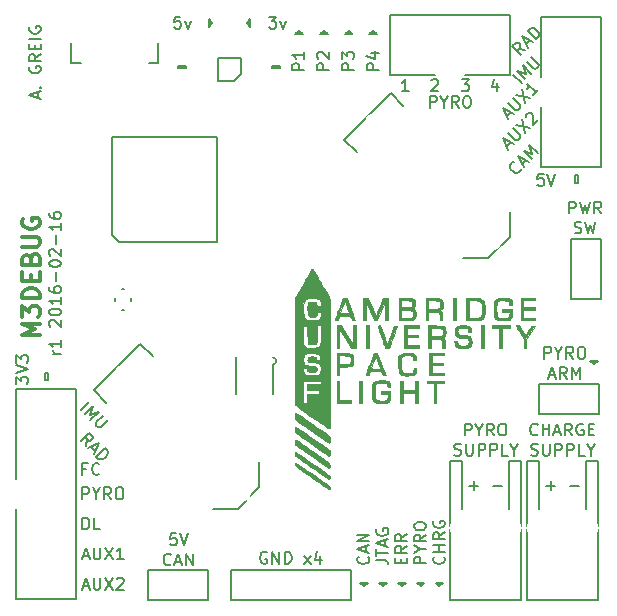
<source format=gto>
G04 #@! TF.FileFunction,Legend,Top*
%FSLAX46Y46*%
G04 Gerber Fmt 4.6, Leading zero omitted, Abs format (unit mm)*
G04 Created by KiCad (PCBNEW 4.1.0-alpha+201605071002+6776~44~ubuntu14.04.1-product) date Mon 30 May 2016 00:25:53 BST*
%MOMM*%
%LPD*%
G01*
G04 APERTURE LIST*
%ADD10C,0.100000*%
%ADD11C,0.200000*%
%ADD12C,0.300000*%
%ADD13C,0.150000*%
%ADD14C,0.010000*%
%ADD15R,1.000000X0.950000*%
%ADD16R,0.620000X0.620000*%
%ADD17R,1.900000X1.900000*%
%ADD18C,1.900000*%
%ADD19R,0.850000X0.950000*%
%ADD20C,0.787000*%
%ADD21C,1.000000*%
%ADD22R,0.400000X1.350000*%
%ADD23O,1.000000X1.250000*%
%ADD24R,1.800000X1.900000*%
%ADD25R,1.575000X1.900000*%
%ADD26O,1.000000X1.900000*%
%ADD27C,1.200000*%
%ADD28C,1.600000*%
%ADD29R,1.450000X0.450000*%
%ADD30R,0.350000X0.650000*%
%ADD31R,0.802000X0.802000*%
%ADD32R,0.300000X1.500000*%
%ADD33R,1.500000X0.300000*%
%ADD34R,0.950000X1.000000*%
G04 APERTURE END LIST*
D10*
D11*
X75252380Y-106438095D02*
X75252380Y-105819047D01*
X75633333Y-106152380D01*
X75633333Y-106009523D01*
X75680952Y-105914285D01*
X75728571Y-105866666D01*
X75823809Y-105819047D01*
X76061904Y-105819047D01*
X76157142Y-105866666D01*
X76204761Y-105914285D01*
X76252380Y-106009523D01*
X76252380Y-106295238D01*
X76204761Y-106390476D01*
X76157142Y-106438095D01*
X75252380Y-105533333D02*
X76252380Y-105200000D01*
X75252380Y-104866666D01*
X75252380Y-104628571D02*
X75252380Y-104009523D01*
X75633333Y-104342857D01*
X75633333Y-104200000D01*
X75680952Y-104104761D01*
X75728571Y-104057142D01*
X75823809Y-104009523D01*
X76061904Y-104009523D01*
X76157142Y-104057142D01*
X76204761Y-104104761D01*
X76252380Y-104200000D01*
X76252380Y-104485714D01*
X76204761Y-104580952D01*
X76157142Y-104628571D01*
X119909523Y-88652380D02*
X119433333Y-88652380D01*
X119385714Y-89128571D01*
X119433333Y-89080952D01*
X119528571Y-89033333D01*
X119766666Y-89033333D01*
X119861904Y-89080952D01*
X119909523Y-89128571D01*
X119957142Y-89223809D01*
X119957142Y-89461904D01*
X119909523Y-89557142D01*
X119861904Y-89604761D01*
X119766666Y-89652380D01*
X119528571Y-89652380D01*
X119433333Y-89604761D01*
X119385714Y-89557142D01*
X120242857Y-88652380D02*
X120576190Y-89652380D01*
X120909523Y-88652380D01*
X110285714Y-83052380D02*
X110285714Y-82052380D01*
X110666666Y-82052380D01*
X110761904Y-82100000D01*
X110809523Y-82147619D01*
X110857142Y-82242857D01*
X110857142Y-82385714D01*
X110809523Y-82480952D01*
X110761904Y-82528571D01*
X110666666Y-82576190D01*
X110285714Y-82576190D01*
X111476190Y-82576190D02*
X111476190Y-83052380D01*
X111142857Y-82052380D02*
X111476190Y-82576190D01*
X111809523Y-82052380D01*
X112714285Y-83052380D02*
X112380952Y-82576190D01*
X112142857Y-83052380D02*
X112142857Y-82052380D01*
X112523809Y-82052380D01*
X112619047Y-82100000D01*
X112666666Y-82147619D01*
X112714285Y-82242857D01*
X112714285Y-82385714D01*
X112666666Y-82480952D01*
X112619047Y-82528571D01*
X112523809Y-82576190D01*
X112142857Y-82576190D01*
X113333333Y-82052380D02*
X113523809Y-82052380D01*
X113619047Y-82100000D01*
X113714285Y-82195238D01*
X113761904Y-82385714D01*
X113761904Y-82719047D01*
X113714285Y-82909523D01*
X113619047Y-83004761D01*
X113523809Y-83052380D01*
X113333333Y-83052380D01*
X113238095Y-83004761D01*
X113142857Y-82909523D01*
X113095238Y-82719047D01*
X113095238Y-82385714D01*
X113142857Y-82195238D01*
X113238095Y-82100000D01*
X113333333Y-82052380D01*
X115990476Y-80985714D02*
X115990476Y-81652380D01*
X115752380Y-80604761D02*
X115514285Y-81319047D01*
X116133333Y-81319047D01*
X112966666Y-80652380D02*
X113585714Y-80652380D01*
X113252380Y-81033333D01*
X113395238Y-81033333D01*
X113490476Y-81080952D01*
X113538095Y-81128571D01*
X113585714Y-81223809D01*
X113585714Y-81461904D01*
X113538095Y-81557142D01*
X113490476Y-81604761D01*
X113395238Y-81652380D01*
X113109523Y-81652380D01*
X113014285Y-81604761D01*
X112966666Y-81557142D01*
X110414285Y-80747619D02*
X110461904Y-80700000D01*
X110557142Y-80652380D01*
X110795238Y-80652380D01*
X110890476Y-80700000D01*
X110938095Y-80747619D01*
X110985714Y-80842857D01*
X110985714Y-80938095D01*
X110938095Y-81080952D01*
X110366666Y-81652380D01*
X110985714Y-81652380D01*
X116805668Y-86330034D02*
X117142385Y-85993316D01*
X116940355Y-86599408D02*
X116468950Y-85656599D01*
X117411759Y-86128003D01*
X116940355Y-85185194D02*
X117512774Y-85757614D01*
X117613790Y-85791286D01*
X117681133Y-85791286D01*
X117782148Y-85757614D01*
X117916835Y-85622927D01*
X117950507Y-85521912D01*
X117950507Y-85454568D01*
X117916835Y-85353553D01*
X117344416Y-84781133D01*
X117613790Y-84511759D02*
X118792301Y-84747461D01*
X118085194Y-84040355D02*
X118320896Y-85218866D01*
X118388240Y-83871996D02*
X118388240Y-83804652D01*
X118421912Y-83703637D01*
X118590270Y-83535278D01*
X118691286Y-83501607D01*
X118758629Y-83501607D01*
X118859644Y-83535278D01*
X118926988Y-83602622D01*
X118994331Y-83737309D01*
X118994331Y-84545431D01*
X119432064Y-84107698D01*
X116805668Y-83780034D02*
X117142385Y-83443316D01*
X116940355Y-84049408D02*
X116468950Y-83106599D01*
X117411759Y-83578003D01*
X116940355Y-82635194D02*
X117512774Y-83207614D01*
X117613790Y-83241286D01*
X117681133Y-83241286D01*
X117782148Y-83207614D01*
X117916835Y-83072927D01*
X117950507Y-82971912D01*
X117950507Y-82904568D01*
X117916835Y-82803553D01*
X117344416Y-82231133D01*
X117613790Y-81961759D02*
X118792301Y-82197461D01*
X118085194Y-81490355D02*
X118320896Y-82668866D01*
X119432064Y-81557698D02*
X119028003Y-81961759D01*
X119230034Y-81759729D02*
X118522927Y-81052622D01*
X118556599Y-81220981D01*
X118556599Y-81355668D01*
X118522927Y-81456683D01*
X118045431Y-80994331D02*
X117338324Y-80287225D01*
X118382148Y-80657614D02*
X117675042Y-79950507D01*
X118415820Y-80219881D01*
X118146446Y-79479103D01*
X118853553Y-80186209D01*
X118483164Y-79142385D02*
X119055583Y-79714805D01*
X119156599Y-79748477D01*
X119223942Y-79748477D01*
X119324957Y-79714805D01*
X119459644Y-79580118D01*
X119493316Y-79479103D01*
X119493316Y-79411759D01*
X119459644Y-79310744D01*
X118887225Y-78738324D01*
X118382148Y-78157614D02*
X117809729Y-78056599D01*
X117978087Y-78561675D02*
X117270981Y-77854568D01*
X117540355Y-77585194D01*
X117641370Y-77551522D01*
X117708713Y-77551522D01*
X117809729Y-77585194D01*
X117910744Y-77686209D01*
X117944416Y-77787225D01*
X117944416Y-77854568D01*
X117910744Y-77955583D01*
X117641370Y-78224957D01*
X118449492Y-77686209D02*
X118786209Y-77349492D01*
X118584179Y-77955583D02*
X118112774Y-77012774D01*
X119055583Y-77484179D01*
X119291286Y-77248477D02*
X118584179Y-76541370D01*
X118752538Y-76373011D01*
X118887225Y-76305668D01*
X119021912Y-76305668D01*
X119122927Y-76339339D01*
X119291286Y-76440355D01*
X119392301Y-76541370D01*
X119493316Y-76709729D01*
X119526988Y-76810744D01*
X119526988Y-76945431D01*
X119459644Y-77080118D01*
X119291286Y-77248477D01*
X80920476Y-123566666D02*
X81396666Y-123566666D01*
X80825238Y-123852380D02*
X81158571Y-122852380D01*
X81491904Y-123852380D01*
X81825238Y-122852380D02*
X81825238Y-123661904D01*
X81872857Y-123757142D01*
X81920476Y-123804761D01*
X82015714Y-123852380D01*
X82206190Y-123852380D01*
X82301428Y-123804761D01*
X82349047Y-123757142D01*
X82396666Y-123661904D01*
X82396666Y-122852380D01*
X82777619Y-122852380D02*
X83444285Y-123852380D01*
X83444285Y-122852380D02*
X82777619Y-123852380D01*
X83777619Y-122947619D02*
X83825238Y-122900000D01*
X83920476Y-122852380D01*
X84158571Y-122852380D01*
X84253809Y-122900000D01*
X84301428Y-122947619D01*
X84349047Y-123042857D01*
X84349047Y-123138095D01*
X84301428Y-123280952D01*
X83730000Y-123852380D01*
X84349047Y-123852380D01*
X80920476Y-121016666D02*
X81396666Y-121016666D01*
X80825238Y-121302380D02*
X81158571Y-120302380D01*
X81491904Y-121302380D01*
X81825238Y-120302380D02*
X81825238Y-121111904D01*
X81872857Y-121207142D01*
X81920476Y-121254761D01*
X82015714Y-121302380D01*
X82206190Y-121302380D01*
X82301428Y-121254761D01*
X82349047Y-121207142D01*
X82396666Y-121111904D01*
X82396666Y-120302380D01*
X82777619Y-120302380D02*
X83444285Y-121302380D01*
X83444285Y-120302380D02*
X82777619Y-121302380D01*
X84349047Y-121302380D02*
X83777619Y-121302380D01*
X84063333Y-121302380D02*
X84063333Y-120302380D01*
X83968095Y-120445238D01*
X83872857Y-120540476D01*
X83777619Y-120588095D01*
X80868095Y-118752380D02*
X80868095Y-117752380D01*
X81106190Y-117752380D01*
X81249047Y-117800000D01*
X81344285Y-117895238D01*
X81391904Y-117990476D01*
X81439523Y-118180952D01*
X81439523Y-118323809D01*
X81391904Y-118514285D01*
X81344285Y-118609523D01*
X81249047Y-118704761D01*
X81106190Y-118752380D01*
X80868095Y-118752380D01*
X82344285Y-118752380D02*
X81868095Y-118752380D01*
X81868095Y-117752380D01*
X80868095Y-116202380D02*
X80868095Y-115202380D01*
X81249047Y-115202380D01*
X81344285Y-115250000D01*
X81391904Y-115297619D01*
X81439523Y-115392857D01*
X81439523Y-115535714D01*
X81391904Y-115630952D01*
X81344285Y-115678571D01*
X81249047Y-115726190D01*
X80868095Y-115726190D01*
X82058571Y-115726190D02*
X82058571Y-116202380D01*
X81725238Y-115202380D02*
X82058571Y-115726190D01*
X82391904Y-115202380D01*
X83296666Y-116202380D02*
X82963333Y-115726190D01*
X82725238Y-116202380D02*
X82725238Y-115202380D01*
X83106190Y-115202380D01*
X83201428Y-115250000D01*
X83249047Y-115297619D01*
X83296666Y-115392857D01*
X83296666Y-115535714D01*
X83249047Y-115630952D01*
X83201428Y-115678571D01*
X83106190Y-115726190D01*
X82725238Y-115726190D01*
X83915714Y-115202380D02*
X84106190Y-115202380D01*
X84201428Y-115250000D01*
X84296666Y-115345238D01*
X84344285Y-115535714D01*
X84344285Y-115869047D01*
X84296666Y-116059523D01*
X84201428Y-116154761D01*
X84106190Y-116202380D01*
X83915714Y-116202380D01*
X83820476Y-116154761D01*
X83725238Y-116059523D01*
X83677619Y-115869047D01*
X83677619Y-115535714D01*
X83725238Y-115345238D01*
X83820476Y-115250000D01*
X83915714Y-115202380D01*
X81201428Y-113628571D02*
X80868095Y-113628571D01*
X80868095Y-114152380D02*
X80868095Y-113152380D01*
X81344285Y-113152380D01*
X82296666Y-114057142D02*
X82249047Y-114104761D01*
X82106190Y-114152380D01*
X82010952Y-114152380D01*
X81868095Y-114104761D01*
X81772857Y-114009523D01*
X81725238Y-113914285D01*
X81677619Y-113723809D01*
X81677619Y-113580952D01*
X81725238Y-113390476D01*
X81772857Y-113295238D01*
X81868095Y-113200000D01*
X82010952Y-113152380D01*
X82106190Y-113152380D01*
X82249047Y-113200000D01*
X82296666Y-113247619D01*
X81144462Y-111684225D02*
X81245477Y-111111805D01*
X80740400Y-111280164D02*
X81447507Y-110573057D01*
X81716881Y-110842431D01*
X81750553Y-110943446D01*
X81750553Y-111010790D01*
X81716881Y-111111805D01*
X81615866Y-111212820D01*
X81514851Y-111246492D01*
X81447507Y-111246492D01*
X81346492Y-111212820D01*
X81077118Y-110943446D01*
X81615866Y-111751568D02*
X81952584Y-112088286D01*
X81346492Y-111886255D02*
X82289301Y-111414851D01*
X81817897Y-112357660D01*
X82053599Y-112593362D02*
X82760706Y-111886255D01*
X82929064Y-112054614D01*
X82996408Y-112189301D01*
X82996408Y-112323988D01*
X82962736Y-112425003D01*
X82861721Y-112593362D01*
X82760706Y-112694377D01*
X82592347Y-112795393D01*
X82491332Y-112829064D01*
X82356645Y-112829064D01*
X82221958Y-112761721D01*
X82053599Y-112593362D01*
X80740400Y-108680164D02*
X81447507Y-107973057D01*
X81077118Y-109016881D02*
X81784225Y-108309775D01*
X81514851Y-109050553D01*
X82255629Y-108781179D01*
X81548523Y-109488286D01*
X82592347Y-109117897D02*
X82019927Y-109690316D01*
X81986255Y-109791332D01*
X81986255Y-109858675D01*
X82019927Y-109959690D01*
X82154614Y-110094377D01*
X82255629Y-110128049D01*
X82322973Y-110128049D01*
X82423988Y-110094377D01*
X82996408Y-109521958D01*
X119404761Y-110707142D02*
X119357142Y-110754761D01*
X119214285Y-110802380D01*
X119119047Y-110802380D01*
X118976190Y-110754761D01*
X118880952Y-110659523D01*
X118833333Y-110564285D01*
X118785714Y-110373809D01*
X118785714Y-110230952D01*
X118833333Y-110040476D01*
X118880952Y-109945238D01*
X118976190Y-109850000D01*
X119119047Y-109802380D01*
X119214285Y-109802380D01*
X119357142Y-109850000D01*
X119404761Y-109897619D01*
X119833333Y-110802380D02*
X119833333Y-109802380D01*
X119833333Y-110278571D02*
X120404761Y-110278571D01*
X120404761Y-110802380D02*
X120404761Y-109802380D01*
X120833333Y-110516666D02*
X121309523Y-110516666D01*
X120738095Y-110802380D02*
X121071428Y-109802380D01*
X121404761Y-110802380D01*
X122309523Y-110802380D02*
X121976190Y-110326190D01*
X121738095Y-110802380D02*
X121738095Y-109802380D01*
X122119047Y-109802380D01*
X122214285Y-109850000D01*
X122261904Y-109897619D01*
X122309523Y-109992857D01*
X122309523Y-110135714D01*
X122261904Y-110230952D01*
X122214285Y-110278571D01*
X122119047Y-110326190D01*
X121738095Y-110326190D01*
X123261904Y-109850000D02*
X123166666Y-109802380D01*
X123023809Y-109802380D01*
X122880952Y-109850000D01*
X122785714Y-109945238D01*
X122738095Y-110040476D01*
X122690476Y-110230952D01*
X122690476Y-110373809D01*
X122738095Y-110564285D01*
X122785714Y-110659523D01*
X122880952Y-110754761D01*
X123023809Y-110802380D01*
X123119047Y-110802380D01*
X123261904Y-110754761D01*
X123309523Y-110707142D01*
X123309523Y-110373809D01*
X123119047Y-110373809D01*
X123738095Y-110278571D02*
X124071428Y-110278571D01*
X124214285Y-110802380D02*
X123738095Y-110802380D01*
X123738095Y-109802380D01*
X124214285Y-109802380D01*
X118857142Y-112454761D02*
X119000000Y-112502380D01*
X119238095Y-112502380D01*
X119333333Y-112454761D01*
X119380952Y-112407142D01*
X119428571Y-112311904D01*
X119428571Y-112216666D01*
X119380952Y-112121428D01*
X119333333Y-112073809D01*
X119238095Y-112026190D01*
X119047619Y-111978571D01*
X118952380Y-111930952D01*
X118904761Y-111883333D01*
X118857142Y-111788095D01*
X118857142Y-111692857D01*
X118904761Y-111597619D01*
X118952380Y-111550000D01*
X119047619Y-111502380D01*
X119285714Y-111502380D01*
X119428571Y-111550000D01*
X119857142Y-111502380D02*
X119857142Y-112311904D01*
X119904761Y-112407142D01*
X119952380Y-112454761D01*
X120047619Y-112502380D01*
X120238095Y-112502380D01*
X120333333Y-112454761D01*
X120380952Y-112407142D01*
X120428571Y-112311904D01*
X120428571Y-111502380D01*
X120904761Y-112502380D02*
X120904761Y-111502380D01*
X121285714Y-111502380D01*
X121380952Y-111550000D01*
X121428571Y-111597619D01*
X121476190Y-111692857D01*
X121476190Y-111835714D01*
X121428571Y-111930952D01*
X121380952Y-111978571D01*
X121285714Y-112026190D01*
X120904761Y-112026190D01*
X121904761Y-112502380D02*
X121904761Y-111502380D01*
X122285714Y-111502380D01*
X122380952Y-111550000D01*
X122428571Y-111597619D01*
X122476190Y-111692857D01*
X122476190Y-111835714D01*
X122428571Y-111930952D01*
X122380952Y-111978571D01*
X122285714Y-112026190D01*
X121904761Y-112026190D01*
X123380952Y-112502380D02*
X122904761Y-112502380D01*
X122904761Y-111502380D01*
X123904761Y-112026190D02*
X123904761Y-112502380D01*
X123571428Y-111502380D02*
X123904761Y-112026190D01*
X124238095Y-111502380D01*
X105952380Y-79844285D02*
X104952380Y-79844285D01*
X104952380Y-79463333D01*
X105000000Y-79368095D01*
X105047619Y-79320476D01*
X105142857Y-79272857D01*
X105285714Y-79272857D01*
X105380952Y-79320476D01*
X105428571Y-79368095D01*
X105476190Y-79463333D01*
X105476190Y-79844285D01*
X105285714Y-78415714D02*
X105952380Y-78415714D01*
X104904761Y-78653809D02*
X105619047Y-78891904D01*
X105619047Y-78272857D01*
X103852380Y-79844285D02*
X102852380Y-79844285D01*
X102852380Y-79463333D01*
X102900000Y-79368095D01*
X102947619Y-79320476D01*
X103042857Y-79272857D01*
X103185714Y-79272857D01*
X103280952Y-79320476D01*
X103328571Y-79368095D01*
X103376190Y-79463333D01*
X103376190Y-79844285D01*
X102852380Y-78939523D02*
X102852380Y-78320476D01*
X103233333Y-78653809D01*
X103233333Y-78510952D01*
X103280952Y-78415714D01*
X103328571Y-78368095D01*
X103423809Y-78320476D01*
X103661904Y-78320476D01*
X103757142Y-78368095D01*
X103804761Y-78415714D01*
X103852380Y-78510952D01*
X103852380Y-78796666D01*
X103804761Y-78891904D01*
X103757142Y-78939523D01*
X101752380Y-79844285D02*
X100752380Y-79844285D01*
X100752380Y-79463333D01*
X100800000Y-79368095D01*
X100847619Y-79320476D01*
X100942857Y-79272857D01*
X101085714Y-79272857D01*
X101180952Y-79320476D01*
X101228571Y-79368095D01*
X101276190Y-79463333D01*
X101276190Y-79844285D01*
X100847619Y-78891904D02*
X100800000Y-78844285D01*
X100752380Y-78749047D01*
X100752380Y-78510952D01*
X100800000Y-78415714D01*
X100847619Y-78368095D01*
X100942857Y-78320476D01*
X101038095Y-78320476D01*
X101180952Y-78368095D01*
X101752380Y-78939523D01*
X101752380Y-78320476D01*
X99652380Y-79844285D02*
X98652380Y-79844285D01*
X98652380Y-79463333D01*
X98700000Y-79368095D01*
X98747619Y-79320476D01*
X98842857Y-79272857D01*
X98985714Y-79272857D01*
X99080952Y-79320476D01*
X99128571Y-79368095D01*
X99176190Y-79463333D01*
X99176190Y-79844285D01*
X99652380Y-78320476D02*
X99652380Y-78891904D01*
X99652380Y-78606190D02*
X98652380Y-78606190D01*
X98795238Y-78701428D01*
X98890476Y-78796666D01*
X98938095Y-78891904D01*
X120119047Y-115071428D02*
X120880952Y-115071428D01*
X120500000Y-115452380D02*
X120500000Y-114690476D01*
X122119047Y-115071428D02*
X122880952Y-115071428D01*
X111457142Y-121060476D02*
X111504761Y-121108095D01*
X111552380Y-121250952D01*
X111552380Y-121346190D01*
X111504761Y-121489047D01*
X111409523Y-121584285D01*
X111314285Y-121631904D01*
X111123809Y-121679523D01*
X110980952Y-121679523D01*
X110790476Y-121631904D01*
X110695238Y-121584285D01*
X110600000Y-121489047D01*
X110552380Y-121346190D01*
X110552380Y-121250952D01*
X110600000Y-121108095D01*
X110647619Y-121060476D01*
X111552380Y-120631904D02*
X110552380Y-120631904D01*
X111028571Y-120631904D02*
X111028571Y-120060476D01*
X111552380Y-120060476D02*
X110552380Y-120060476D01*
X111552380Y-119012857D02*
X111076190Y-119346190D01*
X111552380Y-119584285D02*
X110552380Y-119584285D01*
X110552380Y-119203333D01*
X110600000Y-119108095D01*
X110647619Y-119060476D01*
X110742857Y-119012857D01*
X110885714Y-119012857D01*
X110980952Y-119060476D01*
X111028571Y-119108095D01*
X111076190Y-119203333D01*
X111076190Y-119584285D01*
X110600000Y-118060476D02*
X110552380Y-118155714D01*
X110552380Y-118298571D01*
X110600000Y-118441428D01*
X110695238Y-118536666D01*
X110790476Y-118584285D01*
X110980952Y-118631904D01*
X111123809Y-118631904D01*
X111314285Y-118584285D01*
X111409523Y-118536666D01*
X111504761Y-118441428D01*
X111552380Y-118298571D01*
X111552380Y-118203333D01*
X111504761Y-118060476D01*
X111457142Y-118012857D01*
X111123809Y-118012857D01*
X111123809Y-118203333D01*
X96476190Y-120700000D02*
X96380952Y-120652380D01*
X96238095Y-120652380D01*
X96095238Y-120700000D01*
X96000000Y-120795238D01*
X95952380Y-120890476D01*
X95904761Y-121080952D01*
X95904761Y-121223809D01*
X95952380Y-121414285D01*
X96000000Y-121509523D01*
X96095238Y-121604761D01*
X96238095Y-121652380D01*
X96333333Y-121652380D01*
X96476190Y-121604761D01*
X96523809Y-121557142D01*
X96523809Y-121223809D01*
X96333333Y-121223809D01*
X96952380Y-121652380D02*
X96952380Y-120652380D01*
X97523809Y-121652380D01*
X97523809Y-120652380D01*
X98000000Y-121652380D02*
X98000000Y-120652380D01*
X98238095Y-120652380D01*
X98380952Y-120700000D01*
X98476190Y-120795238D01*
X98523809Y-120890476D01*
X98571428Y-121080952D01*
X98571428Y-121223809D01*
X98523809Y-121414285D01*
X98476190Y-121509523D01*
X98380952Y-121604761D01*
X98238095Y-121652380D01*
X98000000Y-121652380D01*
X99666666Y-121652380D02*
X100190476Y-120985714D01*
X99666666Y-120985714D02*
X100190476Y-121652380D01*
X101000000Y-120985714D02*
X101000000Y-121652380D01*
X100761904Y-120604761D02*
X100523809Y-121319047D01*
X101142857Y-121319047D01*
X77066666Y-82247619D02*
X77066666Y-81771428D01*
X77352380Y-82342857D02*
X76352380Y-82009523D01*
X77352380Y-81676190D01*
X77257142Y-81342857D02*
X77304761Y-81295238D01*
X77352380Y-81342857D01*
X77304761Y-81390476D01*
X77257142Y-81342857D01*
X77352380Y-81342857D01*
X76400000Y-79580952D02*
X76352380Y-79676190D01*
X76352380Y-79819047D01*
X76400000Y-79961904D01*
X76495238Y-80057142D01*
X76590476Y-80104761D01*
X76780952Y-80152380D01*
X76923809Y-80152380D01*
X77114285Y-80104761D01*
X77209523Y-80057142D01*
X77304761Y-79961904D01*
X77352380Y-79819047D01*
X77352380Y-79723809D01*
X77304761Y-79580952D01*
X77257142Y-79533333D01*
X76923809Y-79533333D01*
X76923809Y-79723809D01*
X77352380Y-78533333D02*
X76876190Y-78866666D01*
X77352380Y-79104761D02*
X76352380Y-79104761D01*
X76352380Y-78723809D01*
X76400000Y-78628571D01*
X76447619Y-78580952D01*
X76542857Y-78533333D01*
X76685714Y-78533333D01*
X76780952Y-78580952D01*
X76828571Y-78628571D01*
X76876190Y-78723809D01*
X76876190Y-79104761D01*
X76828571Y-78104761D02*
X76828571Y-77771428D01*
X77352380Y-77628571D02*
X77352380Y-78104761D01*
X76352380Y-78104761D01*
X76352380Y-77628571D01*
X77352380Y-77200000D02*
X76352380Y-77200000D01*
X76400000Y-76200000D02*
X76352380Y-76295238D01*
X76352380Y-76438095D01*
X76400000Y-76580952D01*
X76495238Y-76676190D01*
X76590476Y-76723809D01*
X76780952Y-76771428D01*
X76923809Y-76771428D01*
X77114285Y-76723809D01*
X77209523Y-76676190D01*
X77304761Y-76580952D01*
X77352380Y-76438095D01*
X77352380Y-76342857D01*
X77304761Y-76200000D01*
X77257142Y-76152380D01*
X76923809Y-76152380D01*
X76923809Y-76342857D01*
X79052380Y-103876190D02*
X78385714Y-103876190D01*
X78576190Y-103876190D02*
X78480952Y-103828571D01*
X78433333Y-103780952D01*
X78385714Y-103685714D01*
X78385714Y-103590476D01*
X79052380Y-102733333D02*
X79052380Y-103304761D01*
X79052380Y-103019047D02*
X78052380Y-103019047D01*
X78195238Y-103114285D01*
X78290476Y-103209523D01*
X78338095Y-103304761D01*
X78147619Y-101590476D02*
X78100000Y-101542857D01*
X78052380Y-101447619D01*
X78052380Y-101209523D01*
X78100000Y-101114285D01*
X78147619Y-101066666D01*
X78242857Y-101019047D01*
X78338095Y-101019047D01*
X78480952Y-101066666D01*
X79052380Y-101638095D01*
X79052380Y-101019047D01*
X78052380Y-100400000D02*
X78052380Y-100304761D01*
X78100000Y-100209523D01*
X78147619Y-100161904D01*
X78242857Y-100114285D01*
X78433333Y-100066666D01*
X78671428Y-100066666D01*
X78861904Y-100114285D01*
X78957142Y-100161904D01*
X79004761Y-100209523D01*
X79052380Y-100304761D01*
X79052380Y-100400000D01*
X79004761Y-100495238D01*
X78957142Y-100542857D01*
X78861904Y-100590476D01*
X78671428Y-100638095D01*
X78433333Y-100638095D01*
X78242857Y-100590476D01*
X78147619Y-100542857D01*
X78100000Y-100495238D01*
X78052380Y-100400000D01*
X79052380Y-99114285D02*
X79052380Y-99685714D01*
X79052380Y-99400000D02*
X78052380Y-99400000D01*
X78195238Y-99495238D01*
X78290476Y-99590476D01*
X78338095Y-99685714D01*
X78052380Y-98257142D02*
X78052380Y-98447619D01*
X78100000Y-98542857D01*
X78147619Y-98590476D01*
X78290476Y-98685714D01*
X78480952Y-98733333D01*
X78861904Y-98733333D01*
X78957142Y-98685714D01*
X79004761Y-98638095D01*
X79052380Y-98542857D01*
X79052380Y-98352380D01*
X79004761Y-98257142D01*
X78957142Y-98209523D01*
X78861904Y-98161904D01*
X78623809Y-98161904D01*
X78528571Y-98209523D01*
X78480952Y-98257142D01*
X78433333Y-98352380D01*
X78433333Y-98542857D01*
X78480952Y-98638095D01*
X78528571Y-98685714D01*
X78623809Y-98733333D01*
X78671428Y-97733333D02*
X78671428Y-96971428D01*
X78052380Y-96304761D02*
X78052380Y-96209523D01*
X78100000Y-96114285D01*
X78147619Y-96066666D01*
X78242857Y-96019047D01*
X78433333Y-95971428D01*
X78671428Y-95971428D01*
X78861904Y-96019047D01*
X78957142Y-96066666D01*
X79004761Y-96114285D01*
X79052380Y-96209523D01*
X79052380Y-96304761D01*
X79004761Y-96400000D01*
X78957142Y-96447619D01*
X78861904Y-96495238D01*
X78671428Y-96542857D01*
X78433333Y-96542857D01*
X78242857Y-96495238D01*
X78147619Y-96447619D01*
X78100000Y-96400000D01*
X78052380Y-96304761D01*
X78147619Y-95590476D02*
X78100000Y-95542857D01*
X78052380Y-95447619D01*
X78052380Y-95209523D01*
X78100000Y-95114285D01*
X78147619Y-95066666D01*
X78242857Y-95019047D01*
X78338095Y-95019047D01*
X78480952Y-95066666D01*
X79052380Y-95638095D01*
X79052380Y-95019047D01*
X78671428Y-94590476D02*
X78671428Y-93828571D01*
X79052380Y-92828571D02*
X79052380Y-93400000D01*
X79052380Y-93114285D02*
X78052380Y-93114285D01*
X78195238Y-93209523D01*
X78290476Y-93304761D01*
X78338095Y-93400000D01*
X78052380Y-91971428D02*
X78052380Y-92161904D01*
X78100000Y-92257142D01*
X78147619Y-92304761D01*
X78290476Y-92400000D01*
X78480952Y-92447619D01*
X78861904Y-92447619D01*
X78957142Y-92400000D01*
X79004761Y-92352380D01*
X79052380Y-92257142D01*
X79052380Y-92066666D01*
X79004761Y-91971428D01*
X78957142Y-91923809D01*
X78861904Y-91876190D01*
X78623809Y-91876190D01*
X78528571Y-91923809D01*
X78480952Y-91971428D01*
X78433333Y-92066666D01*
X78433333Y-92257142D01*
X78480952Y-92352380D01*
X78528571Y-92400000D01*
X78623809Y-92447619D01*
D12*
X77278571Y-102328571D02*
X75778571Y-102328571D01*
X76850000Y-101828571D01*
X75778571Y-101328571D01*
X77278571Y-101328571D01*
X75778571Y-100757142D02*
X75778571Y-99828571D01*
X76350000Y-100328571D01*
X76350000Y-100114285D01*
X76421428Y-99971428D01*
X76492857Y-99900000D01*
X76635714Y-99828571D01*
X76992857Y-99828571D01*
X77135714Y-99900000D01*
X77207142Y-99971428D01*
X77278571Y-100114285D01*
X77278571Y-100542857D01*
X77207142Y-100685714D01*
X77135714Y-100757142D01*
X77278571Y-99185714D02*
X75778571Y-99185714D01*
X75778571Y-98828571D01*
X75850000Y-98614285D01*
X75992857Y-98471428D01*
X76135714Y-98400000D01*
X76421428Y-98328571D01*
X76635714Y-98328571D01*
X76921428Y-98400000D01*
X77064285Y-98471428D01*
X77207142Y-98614285D01*
X77278571Y-98828571D01*
X77278571Y-99185714D01*
X76492857Y-97685714D02*
X76492857Y-97185714D01*
X77278571Y-96971428D02*
X77278571Y-97685714D01*
X75778571Y-97685714D01*
X75778571Y-96971428D01*
X76492857Y-95828571D02*
X76564285Y-95614285D01*
X76635714Y-95542857D01*
X76778571Y-95471428D01*
X76992857Y-95471428D01*
X77135714Y-95542857D01*
X77207142Y-95614285D01*
X77278571Y-95757142D01*
X77278571Y-96328571D01*
X75778571Y-96328571D01*
X75778571Y-95828571D01*
X75850000Y-95685714D01*
X75921428Y-95614285D01*
X76064285Y-95542857D01*
X76207142Y-95542857D01*
X76350000Y-95614285D01*
X76421428Y-95685714D01*
X76492857Y-95828571D01*
X76492857Y-96328571D01*
X75778571Y-94828571D02*
X76992857Y-94828571D01*
X77135714Y-94757142D01*
X77207142Y-94685714D01*
X77278571Y-94542857D01*
X77278571Y-94257142D01*
X77207142Y-94114285D01*
X77135714Y-94042857D01*
X76992857Y-93971428D01*
X75778571Y-93971428D01*
X75850000Y-92471428D02*
X75778571Y-92614285D01*
X75778571Y-92828571D01*
X75850000Y-93042857D01*
X75992857Y-93185714D01*
X76135714Y-93257142D01*
X76421428Y-93328571D01*
X76635714Y-93328571D01*
X76921428Y-93257142D01*
X77064285Y-93185714D01*
X77207142Y-93042857D01*
X77278571Y-92828571D01*
X77278571Y-92685714D01*
X77207142Y-92471428D01*
X77135714Y-92400000D01*
X76635714Y-92400000D01*
X76635714Y-92685714D01*
D11*
X105057142Y-121060476D02*
X105104761Y-121108095D01*
X105152380Y-121250952D01*
X105152380Y-121346190D01*
X105104761Y-121489047D01*
X105009523Y-121584285D01*
X104914285Y-121631904D01*
X104723809Y-121679523D01*
X104580952Y-121679523D01*
X104390476Y-121631904D01*
X104295238Y-121584285D01*
X104200000Y-121489047D01*
X104152380Y-121346190D01*
X104152380Y-121250952D01*
X104200000Y-121108095D01*
X104247619Y-121060476D01*
X104866666Y-120679523D02*
X104866666Y-120203333D01*
X105152380Y-120774761D02*
X104152380Y-120441428D01*
X105152380Y-120108095D01*
X105152380Y-119774761D02*
X104152380Y-119774761D01*
X105152380Y-119203333D01*
X104152380Y-119203333D01*
X105752380Y-121346190D02*
X106466666Y-121346190D01*
X106609523Y-121393809D01*
X106704761Y-121489047D01*
X106752380Y-121631904D01*
X106752380Y-121727142D01*
X105752380Y-121012857D02*
X105752380Y-120441428D01*
X106752380Y-120727142D02*
X105752380Y-120727142D01*
X106466666Y-120155714D02*
X106466666Y-119679523D01*
X106752380Y-120250952D02*
X105752380Y-119917619D01*
X106752380Y-119584285D01*
X105800000Y-118727142D02*
X105752380Y-118822380D01*
X105752380Y-118965238D01*
X105800000Y-119108095D01*
X105895238Y-119203333D01*
X105990476Y-119250952D01*
X106180952Y-119298571D01*
X106323809Y-119298571D01*
X106514285Y-119250952D01*
X106609523Y-119203333D01*
X106704761Y-119108095D01*
X106752380Y-118965238D01*
X106752380Y-118870000D01*
X106704761Y-118727142D01*
X106657142Y-118679523D01*
X106323809Y-118679523D01*
X106323809Y-118870000D01*
X107828571Y-121631904D02*
X107828571Y-121298571D01*
X108352380Y-121155714D02*
X108352380Y-121631904D01*
X107352380Y-121631904D01*
X107352380Y-121155714D01*
X108352380Y-120155714D02*
X107876190Y-120489047D01*
X108352380Y-120727142D02*
X107352380Y-120727142D01*
X107352380Y-120346190D01*
X107400000Y-120250952D01*
X107447619Y-120203333D01*
X107542857Y-120155714D01*
X107685714Y-120155714D01*
X107780952Y-120203333D01*
X107828571Y-120250952D01*
X107876190Y-120346190D01*
X107876190Y-120727142D01*
X108352380Y-119155714D02*
X107876190Y-119489047D01*
X108352380Y-119727142D02*
X107352380Y-119727142D01*
X107352380Y-119346190D01*
X107400000Y-119250952D01*
X107447619Y-119203333D01*
X107542857Y-119155714D01*
X107685714Y-119155714D01*
X107780952Y-119203333D01*
X107828571Y-119250952D01*
X107876190Y-119346190D01*
X107876190Y-119727142D01*
X96672857Y-75352380D02*
X97291904Y-75352380D01*
X96958571Y-75733333D01*
X97101428Y-75733333D01*
X97196666Y-75780952D01*
X97244285Y-75828571D01*
X97291904Y-75923809D01*
X97291904Y-76161904D01*
X97244285Y-76257142D01*
X97196666Y-76304761D01*
X97101428Y-76352380D01*
X96815714Y-76352380D01*
X96720476Y-76304761D01*
X96672857Y-76257142D01*
X97625238Y-75685714D02*
X97863333Y-76352380D01*
X98101428Y-75685714D01*
X89170000Y-75352380D02*
X88693809Y-75352380D01*
X88646190Y-75828571D01*
X88693809Y-75780952D01*
X88789047Y-75733333D01*
X89027142Y-75733333D01*
X89122380Y-75780952D01*
X89170000Y-75828571D01*
X89217619Y-75923809D01*
X89217619Y-76161904D01*
X89170000Y-76257142D01*
X89122380Y-76304761D01*
X89027142Y-76352380D01*
X88789047Y-76352380D01*
X88693809Y-76304761D01*
X88646190Y-76257142D01*
X89550952Y-75685714D02*
X89789047Y-76352380D01*
X90027142Y-75685714D01*
X88809523Y-119102380D02*
X88333333Y-119102380D01*
X88285714Y-119578571D01*
X88333333Y-119530952D01*
X88428571Y-119483333D01*
X88666666Y-119483333D01*
X88761904Y-119530952D01*
X88809523Y-119578571D01*
X88857142Y-119673809D01*
X88857142Y-119911904D01*
X88809523Y-120007142D01*
X88761904Y-120054761D01*
X88666666Y-120102380D01*
X88428571Y-120102380D01*
X88333333Y-120054761D01*
X88285714Y-120007142D01*
X89142857Y-119102380D02*
X89476190Y-120102380D01*
X89809523Y-119102380D01*
X88357142Y-121707142D02*
X88309523Y-121754761D01*
X88166666Y-121802380D01*
X88071428Y-121802380D01*
X87928571Y-121754761D01*
X87833333Y-121659523D01*
X87785714Y-121564285D01*
X87738095Y-121373809D01*
X87738095Y-121230952D01*
X87785714Y-121040476D01*
X87833333Y-120945238D01*
X87928571Y-120850000D01*
X88071428Y-120802380D01*
X88166666Y-120802380D01*
X88309523Y-120850000D01*
X88357142Y-120897619D01*
X88738095Y-121516666D02*
X89214285Y-121516666D01*
X88642857Y-121802380D02*
X88976190Y-120802380D01*
X89309523Y-121802380D01*
X89642857Y-121802380D02*
X89642857Y-120802380D01*
X90214285Y-121802380D01*
X90214285Y-120802380D01*
X113285714Y-110802380D02*
X113285714Y-109802380D01*
X113666666Y-109802380D01*
X113761904Y-109850000D01*
X113809523Y-109897619D01*
X113857142Y-109992857D01*
X113857142Y-110135714D01*
X113809523Y-110230952D01*
X113761904Y-110278571D01*
X113666666Y-110326190D01*
X113285714Y-110326190D01*
X114476190Y-110326190D02*
X114476190Y-110802380D01*
X114142857Y-109802380D02*
X114476190Y-110326190D01*
X114809523Y-109802380D01*
X115714285Y-110802380D02*
X115380952Y-110326190D01*
X115142857Y-110802380D02*
X115142857Y-109802380D01*
X115523809Y-109802380D01*
X115619047Y-109850000D01*
X115666666Y-109897619D01*
X115714285Y-109992857D01*
X115714285Y-110135714D01*
X115666666Y-110230952D01*
X115619047Y-110278571D01*
X115523809Y-110326190D01*
X115142857Y-110326190D01*
X116333333Y-109802380D02*
X116523809Y-109802380D01*
X116619047Y-109850000D01*
X116714285Y-109945238D01*
X116761904Y-110135714D01*
X116761904Y-110469047D01*
X116714285Y-110659523D01*
X116619047Y-110754761D01*
X116523809Y-110802380D01*
X116333333Y-110802380D01*
X116238095Y-110754761D01*
X116142857Y-110659523D01*
X116095238Y-110469047D01*
X116095238Y-110135714D01*
X116142857Y-109945238D01*
X116238095Y-109850000D01*
X116333333Y-109802380D01*
X112357142Y-112454761D02*
X112500000Y-112502380D01*
X112738095Y-112502380D01*
X112833333Y-112454761D01*
X112880952Y-112407142D01*
X112928571Y-112311904D01*
X112928571Y-112216666D01*
X112880952Y-112121428D01*
X112833333Y-112073809D01*
X112738095Y-112026190D01*
X112547619Y-111978571D01*
X112452380Y-111930952D01*
X112404761Y-111883333D01*
X112357142Y-111788095D01*
X112357142Y-111692857D01*
X112404761Y-111597619D01*
X112452380Y-111550000D01*
X112547619Y-111502380D01*
X112785714Y-111502380D01*
X112928571Y-111550000D01*
X113357142Y-111502380D02*
X113357142Y-112311904D01*
X113404761Y-112407142D01*
X113452380Y-112454761D01*
X113547619Y-112502380D01*
X113738095Y-112502380D01*
X113833333Y-112454761D01*
X113880952Y-112407142D01*
X113928571Y-112311904D01*
X113928571Y-111502380D01*
X114404761Y-112502380D02*
X114404761Y-111502380D01*
X114785714Y-111502380D01*
X114880952Y-111550000D01*
X114928571Y-111597619D01*
X114976190Y-111692857D01*
X114976190Y-111835714D01*
X114928571Y-111930952D01*
X114880952Y-111978571D01*
X114785714Y-112026190D01*
X114404761Y-112026190D01*
X115404761Y-112502380D02*
X115404761Y-111502380D01*
X115785714Y-111502380D01*
X115880952Y-111550000D01*
X115928571Y-111597619D01*
X115976190Y-111692857D01*
X115976190Y-111835714D01*
X115928571Y-111930952D01*
X115880952Y-111978571D01*
X115785714Y-112026190D01*
X115404761Y-112026190D01*
X116880952Y-112502380D02*
X116404761Y-112502380D01*
X116404761Y-111502380D01*
X117404761Y-112026190D02*
X117404761Y-112502380D01*
X117071428Y-111502380D02*
X117404761Y-112026190D01*
X117738095Y-111502380D01*
X119985714Y-104302380D02*
X119985714Y-103302380D01*
X120366666Y-103302380D01*
X120461904Y-103350000D01*
X120509523Y-103397619D01*
X120557142Y-103492857D01*
X120557142Y-103635714D01*
X120509523Y-103730952D01*
X120461904Y-103778571D01*
X120366666Y-103826190D01*
X119985714Y-103826190D01*
X121176190Y-103826190D02*
X121176190Y-104302380D01*
X120842857Y-103302380D02*
X121176190Y-103826190D01*
X121509523Y-103302380D01*
X122414285Y-104302380D02*
X122080952Y-103826190D01*
X121842857Y-104302380D02*
X121842857Y-103302380D01*
X122223809Y-103302380D01*
X122319047Y-103350000D01*
X122366666Y-103397619D01*
X122414285Y-103492857D01*
X122414285Y-103635714D01*
X122366666Y-103730952D01*
X122319047Y-103778571D01*
X122223809Y-103826190D01*
X121842857Y-103826190D01*
X123033333Y-103302380D02*
X123223809Y-103302380D01*
X123319047Y-103350000D01*
X123414285Y-103445238D01*
X123461904Y-103635714D01*
X123461904Y-103969047D01*
X123414285Y-104159523D01*
X123319047Y-104254761D01*
X123223809Y-104302380D01*
X123033333Y-104302380D01*
X122938095Y-104254761D01*
X122842857Y-104159523D01*
X122795238Y-103969047D01*
X122795238Y-103635714D01*
X122842857Y-103445238D01*
X122938095Y-103350000D01*
X123033333Y-103302380D01*
X120390476Y-105716666D02*
X120866666Y-105716666D01*
X120295238Y-106002380D02*
X120628571Y-105002380D01*
X120961904Y-106002380D01*
X121866666Y-106002380D02*
X121533333Y-105526190D01*
X121295238Y-106002380D02*
X121295238Y-105002380D01*
X121676190Y-105002380D01*
X121771428Y-105050000D01*
X121819047Y-105097619D01*
X121866666Y-105192857D01*
X121866666Y-105335714D01*
X121819047Y-105430952D01*
X121771428Y-105478571D01*
X121676190Y-105526190D01*
X121295238Y-105526190D01*
X122295238Y-106002380D02*
X122295238Y-105002380D01*
X122628571Y-105716666D01*
X122961904Y-105002380D01*
X122961904Y-106002380D01*
X113619047Y-115071428D02*
X114380952Y-115071428D01*
X114000000Y-115452380D02*
X114000000Y-114690476D01*
X115619047Y-115071428D02*
X116380952Y-115071428D01*
X109952380Y-121631904D02*
X108952380Y-121631904D01*
X108952380Y-121250952D01*
X109000000Y-121155714D01*
X109047619Y-121108095D01*
X109142857Y-121060476D01*
X109285714Y-121060476D01*
X109380952Y-121108095D01*
X109428571Y-121155714D01*
X109476190Y-121250952D01*
X109476190Y-121631904D01*
X109476190Y-120441428D02*
X109952380Y-120441428D01*
X108952380Y-120774761D02*
X109476190Y-120441428D01*
X108952380Y-120108095D01*
X109952380Y-119203333D02*
X109476190Y-119536666D01*
X109952380Y-119774761D02*
X108952380Y-119774761D01*
X108952380Y-119393809D01*
X109000000Y-119298571D01*
X109047619Y-119250952D01*
X109142857Y-119203333D01*
X109285714Y-119203333D01*
X109380952Y-119250952D01*
X109428571Y-119298571D01*
X109476190Y-119393809D01*
X109476190Y-119774761D01*
X108952380Y-118584285D02*
X108952380Y-118393809D01*
X109000000Y-118298571D01*
X109095238Y-118203333D01*
X109285714Y-118155714D01*
X109619047Y-118155714D01*
X109809523Y-118203333D01*
X109904761Y-118298571D01*
X109952380Y-118393809D01*
X109952380Y-118584285D01*
X109904761Y-118679523D01*
X109809523Y-118774761D01*
X109619047Y-118822380D01*
X109285714Y-118822380D01*
X109095238Y-118774761D01*
X109000000Y-118679523D01*
X108952380Y-118584285D01*
X122066666Y-92002380D02*
X122066666Y-91002380D01*
X122447619Y-91002380D01*
X122542857Y-91050000D01*
X122590476Y-91097619D01*
X122638095Y-91192857D01*
X122638095Y-91335714D01*
X122590476Y-91430952D01*
X122542857Y-91478571D01*
X122447619Y-91526190D01*
X122066666Y-91526190D01*
X122971428Y-91002380D02*
X123209523Y-92002380D01*
X123400000Y-91288095D01*
X123590476Y-92002380D01*
X123828571Y-91002380D01*
X124780952Y-92002380D02*
X124447619Y-91526190D01*
X124209523Y-92002380D02*
X124209523Y-91002380D01*
X124590476Y-91002380D01*
X124685714Y-91050000D01*
X124733333Y-91097619D01*
X124780952Y-91192857D01*
X124780952Y-91335714D01*
X124733333Y-91430952D01*
X124685714Y-91478571D01*
X124590476Y-91526190D01*
X124209523Y-91526190D01*
X122542857Y-93654761D02*
X122685714Y-93702380D01*
X122923809Y-93702380D01*
X123019047Y-93654761D01*
X123066666Y-93607142D01*
X123114285Y-93511904D01*
X123114285Y-93416666D01*
X123066666Y-93321428D01*
X123019047Y-93273809D01*
X122923809Y-93226190D01*
X122733333Y-93178571D01*
X122638095Y-93130952D01*
X122590476Y-93083333D01*
X122542857Y-92988095D01*
X122542857Y-92892857D01*
X122590476Y-92797619D01*
X122638095Y-92750000D01*
X122733333Y-92702380D01*
X122971428Y-92702380D01*
X123114285Y-92750000D01*
X123447619Y-92702380D02*
X123685714Y-93702380D01*
X123876190Y-92988095D01*
X124066666Y-93702380D01*
X124304761Y-92702380D01*
X108485714Y-81652380D02*
X107914285Y-81652380D01*
X108200000Y-81652380D02*
X108200000Y-80652380D01*
X108104761Y-80795238D01*
X108009523Y-80890476D01*
X107914285Y-80938095D01*
X117964297Y-88240778D02*
X117964297Y-88308122D01*
X117896954Y-88442809D01*
X117829610Y-88510152D01*
X117694923Y-88577496D01*
X117560236Y-88577496D01*
X117459221Y-88543824D01*
X117290862Y-88442809D01*
X117189847Y-88341793D01*
X117088832Y-88173435D01*
X117055160Y-88072419D01*
X117055160Y-87937732D01*
X117122503Y-87803045D01*
X117189847Y-87735702D01*
X117324534Y-87668358D01*
X117391877Y-87668358D01*
X118098984Y-87836717D02*
X118435702Y-87500000D01*
X118233671Y-88106091D02*
X117762267Y-87163282D01*
X118705076Y-87634687D01*
X118940778Y-87398984D02*
X118233671Y-86691877D01*
X118974450Y-86961251D01*
X118705076Y-86220473D01*
X119412183Y-86927580D01*
D13*
X88961974Y-79729532D02*
X88961974Y-79479532D01*
X88961974Y-79479532D02*
X89611974Y-79479532D01*
X89611974Y-79479532D02*
X89611974Y-79729532D01*
X89611974Y-79729532D02*
X88961974Y-79729532D01*
X93420000Y-122230000D02*
X103580000Y-122230000D01*
X103580000Y-122230000D02*
X103580000Y-124770000D01*
X103580000Y-124770000D02*
X93420000Y-124770000D01*
X93420000Y-124770000D02*
X93420000Y-122230000D01*
X124770000Y-94160000D02*
X124770000Y-99240000D01*
X124770000Y-99240000D02*
X122230000Y-99240000D01*
X122230000Y-99240000D02*
X122230000Y-94160000D01*
X122230000Y-94160000D02*
X124770000Y-94160000D01*
X86460000Y-122230000D02*
X91540000Y-122230000D01*
X91540000Y-122230000D02*
X91540000Y-124770000D01*
X91540000Y-124770000D02*
X86460000Y-124770000D01*
X86460000Y-124770000D02*
X86460000Y-122230000D01*
X119560000Y-106430000D02*
X124640000Y-106430000D01*
X124640000Y-106430000D02*
X124640000Y-108970000D01*
X124640000Y-108970000D02*
X119560000Y-108970000D01*
X119560000Y-108970000D02*
X119560000Y-106430000D01*
X84250000Y-100200000D02*
X84350000Y-100200000D01*
X83600000Y-99150000D02*
X83600000Y-99450000D01*
X84250000Y-98400000D02*
X84350000Y-98400000D01*
X85000000Y-99150000D02*
X85000000Y-99450000D01*
X80290000Y-106860000D02*
X80290000Y-124640000D01*
X80290000Y-124640000D02*
X75210000Y-124640000D01*
X75210000Y-124640000D02*
X75210000Y-117020000D01*
X75210000Y-114480000D02*
X75210000Y-106860000D01*
X75210000Y-106860000D02*
X80290000Y-106860000D01*
X124790000Y-75400000D02*
X124790000Y-88100000D01*
X124790000Y-88100000D02*
X119710000Y-88100000D01*
X119710000Y-88100000D02*
X119710000Y-83020000D01*
X119710000Y-80480000D02*
X119710000Y-75400000D01*
X119710000Y-75400000D02*
X124790000Y-75400000D01*
X87300000Y-79300000D02*
X87300000Y-77600000D01*
X86500000Y-79300000D02*
X87300000Y-79300000D01*
X79900000Y-79300000D02*
X80750000Y-79300000D01*
X79900000Y-77600000D02*
X79900000Y-79300000D01*
X124500000Y-124700000D02*
X118500000Y-124700000D01*
X118500000Y-124700000D02*
X118500000Y-113000000D01*
X118500000Y-113000000D02*
X119500000Y-113000000D01*
X119500000Y-113000000D02*
X119500000Y-117000000D01*
X124500000Y-124700000D02*
X124500000Y-113000000D01*
X124500000Y-113000000D02*
X123500000Y-113000000D01*
X123500000Y-113000000D02*
X123500000Y-117000000D01*
X106920000Y-75210000D02*
X117080000Y-75210000D01*
X117080000Y-75210000D02*
X117080000Y-80290000D01*
X117080000Y-80290000D02*
X113270000Y-80290000D01*
X110730000Y-80290000D02*
X106920000Y-80290000D01*
X106920000Y-80290000D02*
X106920000Y-75210000D01*
X118000000Y-124700000D02*
X112000000Y-124700000D01*
X112000000Y-124700000D02*
X112000000Y-113000000D01*
X112000000Y-113000000D02*
X113000000Y-113000000D01*
X113000000Y-113000000D02*
X113000000Y-117000000D01*
X118000000Y-124700000D02*
X118000000Y-113000000D01*
X118000000Y-113000000D02*
X117000000Y-113000000D01*
X117000000Y-113000000D02*
X117000000Y-117000000D01*
X108053193Y-82870338D02*
X106992533Y-81809678D01*
X106992533Y-81809678D02*
X103053948Y-85748263D01*
X103053948Y-85748263D02*
X104114608Y-86808923D01*
X113116077Y-95810392D02*
X115237398Y-95810392D01*
X115237398Y-95810392D02*
X117054662Y-93993128D01*
X117054662Y-93993128D02*
X117054662Y-91871807D01*
X86839989Y-104083542D02*
X85779329Y-103022882D01*
X85779329Y-103022882D02*
X81840744Y-106961467D01*
X81840744Y-106961467D02*
X82901404Y-108022127D01*
X91902873Y-117023596D02*
X94024194Y-117023596D01*
X94024194Y-117023596D02*
X95841458Y-115206332D01*
X95841458Y-115206332D02*
X95841458Y-113085011D01*
X93661974Y-80779532D02*
X92311974Y-80779532D01*
X92311974Y-80779532D02*
X92311974Y-78829532D01*
X92311974Y-78829532D02*
X94261974Y-78829532D01*
X94261974Y-78829532D02*
X94261974Y-80179532D01*
X94261974Y-80179532D02*
X93661974Y-80779532D01*
X96975000Y-104800000D02*
X96975000Y-107300000D01*
X93875000Y-104200000D02*
X93875000Y-107300000D01*
X96975000Y-104800000D02*
G75*
G03X96975000Y-104200000I0J300000D01*
G01*
X83350000Y-93850000D02*
X83350000Y-85550000D01*
X83350000Y-85550000D02*
X92250000Y-85550000D01*
X92250000Y-85550000D02*
X92250000Y-94450000D01*
X92250000Y-94450000D02*
X83950000Y-94450000D01*
X83950000Y-94450000D02*
X83350000Y-93850000D01*
X111100000Y-123525000D02*
X110775000Y-123275000D01*
X111100000Y-123525000D02*
X111425000Y-123275000D01*
X110775000Y-123275000D02*
X111425000Y-123275000D01*
X91825000Y-75900000D02*
X91575000Y-76225000D01*
X91825000Y-75900000D02*
X91575000Y-75575000D01*
X91575000Y-76225000D02*
X91575000Y-75575000D01*
X94775000Y-75900000D02*
X95025000Y-75575000D01*
X94775000Y-75900000D02*
X95025000Y-76225000D01*
X95025000Y-75575000D02*
X95025000Y-76225000D01*
X109500000Y-123525000D02*
X109175000Y-123275000D01*
X109500000Y-123525000D02*
X109825000Y-123275000D01*
X109175000Y-123275000D02*
X109825000Y-123275000D01*
X124200000Y-104725000D02*
X123875000Y-104475000D01*
X124200000Y-104725000D02*
X124525000Y-104475000D01*
X123875000Y-104475000D02*
X124525000Y-104475000D01*
X105500000Y-76575000D02*
X105825000Y-76825000D01*
X105500000Y-76575000D02*
X105175000Y-76825000D01*
X105825000Y-76825000D02*
X105175000Y-76825000D01*
X103400000Y-76575000D02*
X103725000Y-76825000D01*
X103400000Y-76575000D02*
X103075000Y-76825000D01*
X103725000Y-76825000D02*
X103075000Y-76825000D01*
X101300000Y-76575000D02*
X101625000Y-76825000D01*
X101300000Y-76575000D02*
X100975000Y-76825000D01*
X101625000Y-76825000D02*
X100975000Y-76825000D01*
X99200000Y-76575000D02*
X99525000Y-76825000D01*
X99200000Y-76575000D02*
X98875000Y-76825000D01*
X99525000Y-76825000D02*
X98875000Y-76825000D01*
X107900000Y-123525000D02*
X107575000Y-123275000D01*
X107900000Y-123525000D02*
X108225000Y-123275000D01*
X107575000Y-123275000D02*
X108225000Y-123275000D01*
X106300000Y-123525000D02*
X105975000Y-123275000D01*
X106300000Y-123525000D02*
X106625000Y-123275000D01*
X105975000Y-123275000D02*
X106625000Y-123275000D01*
X104700000Y-123525000D02*
X104375000Y-123275000D01*
X104700000Y-123525000D02*
X105025000Y-123275000D01*
X104375000Y-123275000D02*
X105025000Y-123275000D01*
X122825000Y-89425000D02*
X122575000Y-89425000D01*
X122575000Y-89425000D02*
X122575000Y-88775000D01*
X122575000Y-88775000D02*
X122825000Y-88775000D01*
X122825000Y-88775000D02*
X122825000Y-89425000D01*
X77675000Y-105475000D02*
X77925000Y-105475000D01*
X77925000Y-105475000D02*
X77925000Y-106125000D01*
X77925000Y-106125000D02*
X77675000Y-106125000D01*
X77675000Y-106125000D02*
X77675000Y-105475000D01*
X96961974Y-79729532D02*
X96961974Y-79479532D01*
X96961974Y-79479532D02*
X97611974Y-79479532D01*
X97611974Y-79479532D02*
X97611974Y-79729532D01*
X97611974Y-79729532D02*
X96961974Y-79729532D01*
D14*
G36*
X98933254Y-113129605D02*
X99014558Y-113179704D01*
X99135940Y-113258223D01*
X99291483Y-113361089D01*
X99475269Y-113484226D01*
X99681380Y-113623561D01*
X99903898Y-113775019D01*
X100136907Y-113934527D01*
X100374487Y-114098010D01*
X100610723Y-114261395D01*
X100839695Y-114420607D01*
X101055486Y-114571572D01*
X101252180Y-114710216D01*
X101423857Y-114832464D01*
X101564600Y-114934244D01*
X101668492Y-115011480D01*
X101729615Y-115060098D01*
X101736210Y-115066051D01*
X101808752Y-115166783D01*
X101824500Y-115241941D01*
X101807062Y-115312282D01*
X101753896Y-115333818D01*
X101663725Y-115306377D01*
X101535269Y-115229792D01*
X101489540Y-115197544D01*
X101423136Y-115150318D01*
X101310962Y-115071609D01*
X101159545Y-114965953D01*
X100975411Y-114837886D01*
X100765085Y-114691943D01*
X100535094Y-114532660D01*
X100291965Y-114364574D01*
X100157625Y-114271824D01*
X99914717Y-114103745D01*
X99685435Y-113944229D01*
X99475638Y-113797414D01*
X99291184Y-113667438D01*
X99137932Y-113558440D01*
X99021739Y-113474559D01*
X98948465Y-113419933D01*
X98927312Y-113402714D01*
X98870583Y-113328503D01*
X98840204Y-113245162D01*
X98837954Y-113170285D01*
X98865606Y-113121467D01*
X98897945Y-113112000D01*
X98933254Y-113129605D01*
X98933254Y-113129605D01*
G37*
X98933254Y-113129605D02*
X99014558Y-113179704D01*
X99135940Y-113258223D01*
X99291483Y-113361089D01*
X99475269Y-113484226D01*
X99681380Y-113623561D01*
X99903898Y-113775019D01*
X100136907Y-113934527D01*
X100374487Y-114098010D01*
X100610723Y-114261395D01*
X100839695Y-114420607D01*
X101055486Y-114571572D01*
X101252180Y-114710216D01*
X101423857Y-114832464D01*
X101564600Y-114934244D01*
X101668492Y-115011480D01*
X101729615Y-115060098D01*
X101736210Y-115066051D01*
X101808752Y-115166783D01*
X101824500Y-115241941D01*
X101807062Y-115312282D01*
X101753896Y-115333818D01*
X101663725Y-115306377D01*
X101535269Y-115229792D01*
X101489540Y-115197544D01*
X101423136Y-115150318D01*
X101310962Y-115071609D01*
X101159545Y-114965953D01*
X100975411Y-114837886D01*
X100765085Y-114691943D01*
X100535094Y-114532660D01*
X100291965Y-114364574D01*
X100157625Y-114271824D01*
X99914717Y-114103745D01*
X99685435Y-113944229D01*
X99475638Y-113797414D01*
X99291184Y-113667438D01*
X99137932Y-113558440D01*
X99021739Y-113474559D01*
X98948465Y-113419933D01*
X98927312Y-113402714D01*
X98870583Y-113328503D01*
X98840204Y-113245162D01*
X98837954Y-113170285D01*
X98865606Y-113121467D01*
X98897945Y-113112000D01*
X98933254Y-113129605D01*
G36*
X98926849Y-112208983D02*
X99009234Y-112259461D01*
X99131587Y-112338601D01*
X99288026Y-112442322D01*
X99472669Y-112566541D01*
X99679634Y-112707176D01*
X99903041Y-112860144D01*
X100137008Y-113021364D01*
X100375654Y-113186753D01*
X100613096Y-113352229D01*
X100843453Y-113513709D01*
X101060845Y-113667111D01*
X101259388Y-113808354D01*
X101433203Y-113933354D01*
X101576408Y-114038031D01*
X101683120Y-114118300D01*
X101747459Y-114170080D01*
X101762585Y-114184851D01*
X101807669Y-114271052D01*
X101819911Y-114359578D01*
X101800482Y-114431386D01*
X101750556Y-114467432D01*
X101745125Y-114468217D01*
X101704692Y-114451635D01*
X101615710Y-114399944D01*
X101481171Y-114315119D01*
X101304069Y-114199140D01*
X101087398Y-114053985D01*
X100834150Y-113881632D01*
X100547318Y-113684059D01*
X100326988Y-113530997D01*
X100064057Y-113347497D01*
X99815431Y-113173482D01*
X99586274Y-113012598D01*
X99381751Y-112868497D01*
X99207026Y-112744825D01*
X99067262Y-112645234D01*
X98967624Y-112573371D01*
X98913276Y-112532885D01*
X98906175Y-112527046D01*
X98865058Y-112464412D01*
X98841490Y-112379566D01*
X98836416Y-112292489D01*
X98850778Y-112223161D01*
X98885522Y-112191565D01*
X98890312Y-112191250D01*
X98926849Y-112208983D01*
X98926849Y-112208983D01*
G37*
X98926849Y-112208983D02*
X99009234Y-112259461D01*
X99131587Y-112338601D01*
X99288026Y-112442322D01*
X99472669Y-112566541D01*
X99679634Y-112707176D01*
X99903041Y-112860144D01*
X100137008Y-113021364D01*
X100375654Y-113186753D01*
X100613096Y-113352229D01*
X100843453Y-113513709D01*
X101060845Y-113667111D01*
X101259388Y-113808354D01*
X101433203Y-113933354D01*
X101576408Y-114038031D01*
X101683120Y-114118300D01*
X101747459Y-114170080D01*
X101762585Y-114184851D01*
X101807669Y-114271052D01*
X101819911Y-114359578D01*
X101800482Y-114431386D01*
X101750556Y-114467432D01*
X101745125Y-114468217D01*
X101704692Y-114451635D01*
X101615710Y-114399944D01*
X101481171Y-114315119D01*
X101304069Y-114199140D01*
X101087398Y-114053985D01*
X100834150Y-113881632D01*
X100547318Y-113684059D01*
X100326988Y-113530997D01*
X100064057Y-113347497D01*
X99815431Y-113173482D01*
X99586274Y-113012598D01*
X99381751Y-112868497D01*
X99207026Y-112744825D01*
X99067262Y-112645234D01*
X98967624Y-112573371D01*
X98913276Y-112532885D01*
X98906175Y-112527046D01*
X98865058Y-112464412D01*
X98841490Y-112379566D01*
X98836416Y-112292489D01*
X98850778Y-112223161D01*
X98885522Y-112191565D01*
X98890312Y-112191250D01*
X98926849Y-112208983D01*
G36*
X98933491Y-111183936D02*
X98961834Y-111195906D01*
X99003654Y-111218744D01*
X99063042Y-111255127D01*
X99144090Y-111307734D01*
X99250890Y-111379247D01*
X99387533Y-111472343D01*
X99558111Y-111589701D01*
X99766714Y-111734002D01*
X100017435Y-111907924D01*
X100314366Y-112114148D01*
X100466418Y-112219775D01*
X100799360Y-112452106D01*
X101080817Y-112650812D01*
X101312407Y-112817090D01*
X101495747Y-112952136D01*
X101632452Y-113057148D01*
X101724140Y-113133323D01*
X101772427Y-113181857D01*
X101778738Y-113191293D01*
X101813291Y-113289500D01*
X101822255Y-113392525D01*
X101807394Y-113481643D01*
X101770472Y-113538127D01*
X101745125Y-113548186D01*
X101703925Y-113531776D01*
X101613898Y-113479917D01*
X101477688Y-113394351D01*
X101297940Y-113276817D01*
X101077297Y-113129055D01*
X100818403Y-112952805D01*
X100523903Y-112749807D01*
X100379875Y-112649784D01*
X100119892Y-112468601D01*
X99872439Y-112295679D01*
X99643079Y-112134938D01*
X99437377Y-111990300D01*
X99260900Y-111865687D01*
X99119210Y-111765020D01*
X99017874Y-111692222D01*
X98962457Y-111651213D01*
X98959062Y-111648539D01*
X98889756Y-111587937D01*
X98854335Y-111533192D01*
X98841535Y-111458811D01*
X98840000Y-111379132D01*
X98846008Y-111266146D01*
X98865902Y-111204531D01*
X98888411Y-111186429D01*
X98900871Y-111181876D01*
X98914534Y-111180152D01*
X98933491Y-111183936D01*
X98933491Y-111183936D01*
G37*
X98933491Y-111183936D02*
X98961834Y-111195906D01*
X99003654Y-111218744D01*
X99063042Y-111255127D01*
X99144090Y-111307734D01*
X99250890Y-111379247D01*
X99387533Y-111472343D01*
X99558111Y-111589701D01*
X99766714Y-111734002D01*
X100017435Y-111907924D01*
X100314366Y-112114148D01*
X100466418Y-112219775D01*
X100799360Y-112452106D01*
X101080817Y-112650812D01*
X101312407Y-112817090D01*
X101495747Y-112952136D01*
X101632452Y-113057148D01*
X101724140Y-113133323D01*
X101772427Y-113181857D01*
X101778738Y-113191293D01*
X101813291Y-113289500D01*
X101822255Y-113392525D01*
X101807394Y-113481643D01*
X101770472Y-113538127D01*
X101745125Y-113548186D01*
X101703925Y-113531776D01*
X101613898Y-113479917D01*
X101477688Y-113394351D01*
X101297940Y-113276817D01*
X101077297Y-113129055D01*
X100818403Y-112952805D01*
X100523903Y-112749807D01*
X100379875Y-112649784D01*
X100119892Y-112468601D01*
X99872439Y-112295679D01*
X99643079Y-112134938D01*
X99437377Y-111990300D01*
X99260900Y-111865687D01*
X99119210Y-111765020D01*
X99017874Y-111692222D01*
X98962457Y-111651213D01*
X98959062Y-111648539D01*
X98889756Y-111587937D01*
X98854335Y-111533192D01*
X98841535Y-111458811D01*
X98840000Y-111379132D01*
X98846008Y-111266146D01*
X98865902Y-111204531D01*
X98888411Y-111186429D01*
X98900871Y-111181876D01*
X98914534Y-111180152D01*
X98933491Y-111183936D01*
G36*
X98949531Y-110085271D02*
X99034490Y-110133706D01*
X99159606Y-110211706D01*
X99319144Y-110315565D01*
X99507370Y-110441579D01*
X99718550Y-110586042D01*
X99847088Y-110675286D01*
X100086672Y-110842396D01*
X100336274Y-111016323D01*
X100584202Y-111188933D01*
X100818765Y-111352091D01*
X101028271Y-111497662D01*
X101201029Y-111617511D01*
X101245164Y-111648079D01*
X101406027Y-111761262D01*
X101549696Y-111865804D01*
X101667555Y-111955156D01*
X101750992Y-112022771D01*
X101791393Y-112062100D01*
X101792851Y-112064440D01*
X101816332Y-112141165D01*
X101825912Y-112242561D01*
X101822502Y-112347753D01*
X101807015Y-112435866D01*
X101780363Y-112486024D01*
X101774278Y-112489478D01*
X101730349Y-112503375D01*
X101691553Y-112500588D01*
X101639955Y-112474807D01*
X101557617Y-112419723D01*
X101538750Y-112406627D01*
X101096629Y-112099240D01*
X100704083Y-111826005D01*
X100358417Y-111585011D01*
X100056940Y-111374347D01*
X99796960Y-111192102D01*
X99575784Y-111036366D01*
X99390720Y-110905226D01*
X99239077Y-110796772D01*
X99118161Y-110709094D01*
X99025280Y-110640279D01*
X98957743Y-110588416D01*
X98912857Y-110551596D01*
X98887930Y-110527906D01*
X98882607Y-110521172D01*
X98854656Y-110446292D01*
X98842653Y-110345527D01*
X98845393Y-110238373D01*
X98861673Y-110144324D01*
X98890288Y-110082874D01*
X98910463Y-110070105D01*
X98949531Y-110085271D01*
X98949531Y-110085271D01*
G37*
X98949531Y-110085271D02*
X99034490Y-110133706D01*
X99159606Y-110211706D01*
X99319144Y-110315565D01*
X99507370Y-110441579D01*
X99718550Y-110586042D01*
X99847088Y-110675286D01*
X100086672Y-110842396D01*
X100336274Y-111016323D01*
X100584202Y-111188933D01*
X100818765Y-111352091D01*
X101028271Y-111497662D01*
X101201029Y-111617511D01*
X101245164Y-111648079D01*
X101406027Y-111761262D01*
X101549696Y-111865804D01*
X101667555Y-111955156D01*
X101750992Y-112022771D01*
X101791393Y-112062100D01*
X101792851Y-112064440D01*
X101816332Y-112141165D01*
X101825912Y-112242561D01*
X101822502Y-112347753D01*
X101807015Y-112435866D01*
X101780363Y-112486024D01*
X101774278Y-112489478D01*
X101730349Y-112503375D01*
X101691553Y-112500588D01*
X101639955Y-112474807D01*
X101557617Y-112419723D01*
X101538750Y-112406627D01*
X101096629Y-112099240D01*
X100704083Y-111826005D01*
X100358417Y-111585011D01*
X100056940Y-111374347D01*
X99796960Y-111192102D01*
X99575784Y-111036366D01*
X99390720Y-110905226D01*
X99239077Y-110796772D01*
X99118161Y-110709094D01*
X99025280Y-110640279D01*
X98957743Y-110588416D01*
X98912857Y-110551596D01*
X98887930Y-110527906D01*
X98882607Y-110521172D01*
X98854656Y-110446292D01*
X98842653Y-110345527D01*
X98845393Y-110238373D01*
X98861673Y-110144324D01*
X98890288Y-110082874D01*
X98910463Y-110070105D01*
X98949531Y-110085271D01*
G36*
X98927312Y-108895954D02*
X98969436Y-108916366D01*
X99057298Y-108969327D01*
X99184830Y-109050662D01*
X99345967Y-109156198D01*
X99534643Y-109281759D01*
X99744790Y-109423172D01*
X99970342Y-109576261D01*
X100205234Y-109736853D01*
X100443397Y-109900772D01*
X100678768Y-110063845D01*
X100905277Y-110221896D01*
X101116861Y-110370753D01*
X101307451Y-110506239D01*
X101470981Y-110624180D01*
X101601386Y-110720403D01*
X101692599Y-110790732D01*
X101737187Y-110829507D01*
X101786288Y-110889900D01*
X101812696Y-110953073D01*
X101823118Y-111041774D01*
X101824500Y-111125529D01*
X101819995Y-111275596D01*
X101805117Y-111370741D01*
X101777819Y-111418995D01*
X101747132Y-111429250D01*
X101714066Y-111411672D01*
X101634078Y-111361257D01*
X101512337Y-111281479D01*
X101354015Y-111175812D01*
X101164280Y-111047731D01*
X100948304Y-110900710D01*
X100711256Y-110738225D01*
X100458306Y-110563751D01*
X100424966Y-110540675D01*
X100165095Y-110360241D01*
X99916662Y-110186790D01*
X99685481Y-110024449D01*
X99477364Y-109877341D01*
X99298125Y-109749594D01*
X99153578Y-109645332D01*
X99049536Y-109568681D01*
X98991813Y-109523766D01*
X98990812Y-109522913D01*
X98840000Y-109393726D01*
X98840000Y-108882042D01*
X98927312Y-108895954D01*
X98927312Y-108895954D01*
G37*
X98927312Y-108895954D02*
X98969436Y-108916366D01*
X99057298Y-108969327D01*
X99184830Y-109050662D01*
X99345967Y-109156198D01*
X99534643Y-109281759D01*
X99744790Y-109423172D01*
X99970342Y-109576261D01*
X100205234Y-109736853D01*
X100443397Y-109900772D01*
X100678768Y-110063845D01*
X100905277Y-110221896D01*
X101116861Y-110370753D01*
X101307451Y-110506239D01*
X101470981Y-110624180D01*
X101601386Y-110720403D01*
X101692599Y-110790732D01*
X101737187Y-110829507D01*
X101786288Y-110889900D01*
X101812696Y-110953073D01*
X101823118Y-111041774D01*
X101824500Y-111125529D01*
X101819995Y-111275596D01*
X101805117Y-111370741D01*
X101777819Y-111418995D01*
X101747132Y-111429250D01*
X101714066Y-111411672D01*
X101634078Y-111361257D01*
X101512337Y-111281479D01*
X101354015Y-111175812D01*
X101164280Y-111047731D01*
X100948304Y-110900710D01*
X100711256Y-110738225D01*
X100458306Y-110563751D01*
X100424966Y-110540675D01*
X100165095Y-110360241D01*
X99916662Y-110186790D01*
X99685481Y-110024449D01*
X99477364Y-109877341D01*
X99298125Y-109749594D01*
X99153578Y-109645332D01*
X99049536Y-109568681D01*
X98991813Y-109523766D01*
X98990812Y-109522913D01*
X98840000Y-109393726D01*
X98840000Y-108882042D01*
X98927312Y-108895954D01*
G36*
X100354198Y-96718264D02*
X100403395Y-96782676D01*
X100476208Y-96892539D01*
X100573910Y-97049908D01*
X100697773Y-97256836D01*
X100849070Y-97515378D01*
X101029072Y-97827586D01*
X101047495Y-97859735D01*
X101192061Y-98113144D01*
X101328478Y-98354239D01*
X101453088Y-98576407D01*
X101562229Y-98773035D01*
X101652243Y-98937512D01*
X101719469Y-99063225D01*
X101760246Y-99143563D01*
X101769028Y-99163240D01*
X101776091Y-99183729D01*
X101782521Y-99209665D01*
X101788343Y-99243911D01*
X101793580Y-99289331D01*
X101798258Y-99348789D01*
X101802400Y-99425149D01*
X101806032Y-99521275D01*
X101809177Y-99640030D01*
X101811861Y-99784278D01*
X101814106Y-99956883D01*
X101815939Y-100160709D01*
X101817384Y-100398619D01*
X101818464Y-100673477D01*
X101819205Y-100988148D01*
X101819631Y-101345494D01*
X101819766Y-101748380D01*
X101819635Y-102199670D01*
X101819262Y-102702226D01*
X101818671Y-103258914D01*
X101817888Y-103872597D01*
X101816937Y-104546138D01*
X101816653Y-104739692D01*
X101808625Y-110175125D01*
X101729250Y-110180748D01*
X101693640Y-110170566D01*
X101626278Y-110135935D01*
X101524509Y-110075112D01*
X101385680Y-109986350D01*
X101207137Y-109867908D01*
X100986226Y-109718039D01*
X100720292Y-109535000D01*
X100406682Y-109317046D01*
X100271196Y-109222426D01*
X100007485Y-109037512D01*
X99759331Y-108862478D01*
X99531658Y-108700868D01*
X99329393Y-108556229D01*
X99157462Y-108432105D01*
X99020790Y-108332042D01*
X98924304Y-108259585D01*
X98872929Y-108218280D01*
X98865934Y-108210979D01*
X98862857Y-108174153D01*
X98859997Y-108077453D01*
X98857366Y-107924506D01*
X98854981Y-107718938D01*
X98852855Y-107464376D01*
X98851003Y-107164446D01*
X98849441Y-106822774D01*
X98848182Y-106442986D01*
X98847537Y-106158750D01*
X99538500Y-106158750D01*
X99538500Y-108032000D01*
X99919500Y-108032000D01*
X99919500Y-107270000D01*
X100903750Y-107270000D01*
X100903750Y-106952500D01*
X99919500Y-106952500D01*
X99919500Y-106476250D01*
X101062500Y-106476250D01*
X101062500Y-106158750D01*
X99538500Y-106158750D01*
X98847537Y-106158750D01*
X98847241Y-106028709D01*
X98846633Y-105583569D01*
X98846372Y-105111193D01*
X98846372Y-105111000D01*
X99530319Y-105111000D01*
X99552036Y-105274715D01*
X99571256Y-105372431D01*
X99600683Y-105473895D01*
X99633595Y-105560141D01*
X99663267Y-105612205D01*
X99674252Y-105619478D01*
X99705440Y-105629760D01*
X99775350Y-105655027D01*
X99808375Y-105667252D01*
X99903775Y-105688699D01*
X100042594Y-105702384D01*
X100208528Y-105708577D01*
X100385270Y-105707549D01*
X100556516Y-105699568D01*
X100705961Y-105684907D01*
X100817299Y-105663835D01*
X100855835Y-105649886D01*
X100939333Y-105586192D01*
X100998710Y-105507585D01*
X101026206Y-105415178D01*
X101042355Y-105283701D01*
X101047058Y-105134768D01*
X101040212Y-104989990D01*
X101021716Y-104870979D01*
X101001960Y-104814906D01*
X100945370Y-104748568D01*
X100850256Y-104695948D01*
X100709937Y-104654905D01*
X100517732Y-104623296D01*
X100349130Y-104605671D01*
X100184618Y-104589047D01*
X100072862Y-104571663D01*
X100003136Y-104551144D01*
X99964717Y-104525113D01*
X99960192Y-104519513D01*
X99924652Y-104424497D01*
X99926874Y-104310035D01*
X99965201Y-104206463D01*
X99978283Y-104188190D01*
X100014539Y-104151764D01*
X100061285Y-104129736D01*
X100134484Y-104118380D01*
X100250099Y-104113965D01*
X100298471Y-104113412D01*
X100455586Y-104118445D01*
X100559668Y-104140136D01*
X100620144Y-104183692D01*
X100646440Y-104254319D01*
X100649750Y-104307443D01*
X100654548Y-104347846D01*
X100678747Y-104369830D01*
X100737047Y-104378947D01*
X100843855Y-104380750D01*
X101037960Y-104380750D01*
X101016005Y-104229937D01*
X100985639Y-104092277D01*
X100934744Y-103988679D01*
X100855445Y-103914810D01*
X100739862Y-103866336D01*
X100580117Y-103838925D01*
X100368333Y-103828244D01*
X100284625Y-103827652D01*
X100048978Y-103834971D01*
X99868831Y-103859929D01*
X99737466Y-103907448D01*
X99648170Y-103982450D01*
X99594228Y-104089858D01*
X99568923Y-104234592D01*
X99564647Y-104355376D01*
X99572276Y-104527630D01*
X99600518Y-104656636D01*
X99657403Y-104749737D01*
X99750960Y-104814272D01*
X99889219Y-104857581D01*
X100080211Y-104887006D01*
X100154716Y-104894779D01*
X100344065Y-104914202D01*
X100479971Y-104932102D01*
X100572327Y-104951488D01*
X100631030Y-104975368D01*
X100665974Y-105006752D01*
X100687052Y-105048648D01*
X100690163Y-105057616D01*
X100704870Y-105152072D01*
X100699081Y-105255930D01*
X100698880Y-105257014D01*
X100672716Y-105333500D01*
X100621297Y-105384278D01*
X100534101Y-105413879D01*
X100400607Y-105426831D01*
X100300500Y-105428500D01*
X100139901Y-105423830D01*
X100031205Y-105406266D01*
X99963269Y-105370471D01*
X99924948Y-105311113D01*
X99907704Y-105240479D01*
X99886999Y-105111000D01*
X99530319Y-105111000D01*
X98846372Y-105111000D01*
X98846474Y-104615206D01*
X98846952Y-104099235D01*
X98847613Y-103676551D01*
X98851606Y-101507375D01*
X99554375Y-101507375D01*
X99554375Y-102269375D01*
X99554749Y-102511903D01*
X99556291Y-102699760D01*
X99559633Y-102841774D01*
X99565405Y-102946771D01*
X99574236Y-103023579D01*
X99586759Y-103081023D01*
X99603602Y-103127932D01*
X99617875Y-103158375D01*
X99682298Y-103251813D01*
X99773584Y-103318906D01*
X99899950Y-103362218D01*
X100069616Y-103384314D01*
X100290802Y-103387759D01*
X100348125Y-103386239D01*
X100556058Y-103373861D01*
X100715536Y-103352322D01*
X100814328Y-103324694D01*
X100880266Y-103293038D01*
X100932453Y-103256104D01*
X100972611Y-103206455D01*
X101002458Y-103136658D01*
X101023714Y-103039277D01*
X101038098Y-102906878D01*
X101047331Y-102732025D01*
X101053132Y-102507285D01*
X101056574Y-102277312D01*
X101066524Y-101491500D01*
X100717542Y-101491500D01*
X100707458Y-102224605D01*
X100704082Y-102458586D01*
X100700634Y-102637340D01*
X100696229Y-102769136D01*
X100689982Y-102862241D01*
X100681006Y-102924924D01*
X100668415Y-102965452D01*
X100651324Y-102992095D01*
X100628847Y-103013118D01*
X100622420Y-103018355D01*
X100566348Y-103051606D01*
X100489340Y-103070490D01*
X100374255Y-103078260D01*
X100303050Y-103079000D01*
X100192564Y-103079296D01*
X100106777Y-103075431D01*
X100042398Y-103060271D01*
X99996133Y-103026683D01*
X99964688Y-102967534D01*
X99944772Y-102875691D01*
X99933091Y-102744020D01*
X99926352Y-102565389D01*
X99921263Y-102332665D01*
X99919500Y-102248176D01*
X99903625Y-101507375D01*
X99554375Y-101507375D01*
X98851606Y-101507375D01*
X98854381Y-100000718D01*
X99542228Y-100000718D01*
X99557485Y-100316908D01*
X99566353Y-100405727D01*
X99595950Y-100618190D01*
X99635901Y-100776450D01*
X99692470Y-100889671D01*
X99771920Y-100967020D01*
X99880513Y-101017661D01*
X100004821Y-101047350D01*
X100116682Y-101058759D01*
X100263055Y-101061979D01*
X100424467Y-101057908D01*
X100581443Y-101047448D01*
X100714508Y-101031498D01*
X100804188Y-101010957D01*
X100805853Y-101010337D01*
X100891880Y-100964178D01*
X100958826Y-100912807D01*
X100997131Y-100869466D01*
X101024442Y-100814501D01*
X101044922Y-100733507D01*
X101062732Y-100612077D01*
X101073722Y-100515187D01*
X101088207Y-100380250D01*
X100713250Y-100380250D01*
X100713250Y-100487857D01*
X100694676Y-100605381D01*
X100634574Y-100685163D01*
X100526373Y-100732924D01*
X100411020Y-100751058D01*
X100229348Y-100756906D01*
X100098758Y-100735551D01*
X100011847Y-100684519D01*
X99961209Y-100601337D01*
X99960979Y-100600676D01*
X99946600Y-100525519D01*
X99935632Y-100403360D01*
X99928296Y-100250612D01*
X99924812Y-100083694D01*
X99925400Y-99919020D01*
X99930279Y-99773007D01*
X99939670Y-99662072D01*
X99947815Y-99618250D01*
X99999660Y-99544484D01*
X100101989Y-99493733D01*
X100244986Y-99469099D01*
X100408375Y-99472597D01*
X100546535Y-99493590D01*
X100631415Y-99526998D01*
X100672903Y-99578714D01*
X100681500Y-99635415D01*
X100689419Y-99728137D01*
X100722024Y-99780763D01*
X100792588Y-99804031D01*
X100895713Y-99808750D01*
X101071383Y-99808750D01*
X101053226Y-99632817D01*
X101027586Y-99477305D01*
X100981997Y-99359499D01*
X100909012Y-99275006D01*
X100801186Y-99219430D01*
X100651071Y-99188378D01*
X100451222Y-99177455D01*
X100284625Y-99179241D01*
X100115576Y-99185291D01*
X99995666Y-99194214D01*
X99910533Y-99208393D01*
X99845818Y-99230210D01*
X99787765Y-99261672D01*
X99680834Y-99365312D01*
X99604121Y-99523788D01*
X99557846Y-99735967D01*
X99542228Y-100000718D01*
X98854381Y-100000718D01*
X98855875Y-99189625D01*
X99504067Y-98030750D01*
X99675420Y-97724550D01*
X99818684Y-97469194D01*
X99936709Y-97260069D01*
X100032342Y-97092562D01*
X100108430Y-96962061D01*
X100167821Y-96863953D01*
X100213363Y-96793627D01*
X100247902Y-96746471D01*
X100274287Y-96717871D01*
X100295365Y-96703216D01*
X100313983Y-96697893D01*
X100327345Y-96697250D01*
X100354198Y-96718264D01*
X100354198Y-96718264D01*
G37*
X100354198Y-96718264D02*
X100403395Y-96782676D01*
X100476208Y-96892539D01*
X100573910Y-97049908D01*
X100697773Y-97256836D01*
X100849070Y-97515378D01*
X101029072Y-97827586D01*
X101047495Y-97859735D01*
X101192061Y-98113144D01*
X101328478Y-98354239D01*
X101453088Y-98576407D01*
X101562229Y-98773035D01*
X101652243Y-98937512D01*
X101719469Y-99063225D01*
X101760246Y-99143563D01*
X101769028Y-99163240D01*
X101776091Y-99183729D01*
X101782521Y-99209665D01*
X101788343Y-99243911D01*
X101793580Y-99289331D01*
X101798258Y-99348789D01*
X101802400Y-99425149D01*
X101806032Y-99521275D01*
X101809177Y-99640030D01*
X101811861Y-99784278D01*
X101814106Y-99956883D01*
X101815939Y-100160709D01*
X101817384Y-100398619D01*
X101818464Y-100673477D01*
X101819205Y-100988148D01*
X101819631Y-101345494D01*
X101819766Y-101748380D01*
X101819635Y-102199670D01*
X101819262Y-102702226D01*
X101818671Y-103258914D01*
X101817888Y-103872597D01*
X101816937Y-104546138D01*
X101816653Y-104739692D01*
X101808625Y-110175125D01*
X101729250Y-110180748D01*
X101693640Y-110170566D01*
X101626278Y-110135935D01*
X101524509Y-110075112D01*
X101385680Y-109986350D01*
X101207137Y-109867908D01*
X100986226Y-109718039D01*
X100720292Y-109535000D01*
X100406682Y-109317046D01*
X100271196Y-109222426D01*
X100007485Y-109037512D01*
X99759331Y-108862478D01*
X99531658Y-108700868D01*
X99329393Y-108556229D01*
X99157462Y-108432105D01*
X99020790Y-108332042D01*
X98924304Y-108259585D01*
X98872929Y-108218280D01*
X98865934Y-108210979D01*
X98862857Y-108174153D01*
X98859997Y-108077453D01*
X98857366Y-107924506D01*
X98854981Y-107718938D01*
X98852855Y-107464376D01*
X98851003Y-107164446D01*
X98849441Y-106822774D01*
X98848182Y-106442986D01*
X98847537Y-106158750D01*
X99538500Y-106158750D01*
X99538500Y-108032000D01*
X99919500Y-108032000D01*
X99919500Y-107270000D01*
X100903750Y-107270000D01*
X100903750Y-106952500D01*
X99919500Y-106952500D01*
X99919500Y-106476250D01*
X101062500Y-106476250D01*
X101062500Y-106158750D01*
X99538500Y-106158750D01*
X98847537Y-106158750D01*
X98847241Y-106028709D01*
X98846633Y-105583569D01*
X98846372Y-105111193D01*
X98846372Y-105111000D01*
X99530319Y-105111000D01*
X99552036Y-105274715D01*
X99571256Y-105372431D01*
X99600683Y-105473895D01*
X99633595Y-105560141D01*
X99663267Y-105612205D01*
X99674252Y-105619478D01*
X99705440Y-105629760D01*
X99775350Y-105655027D01*
X99808375Y-105667252D01*
X99903775Y-105688699D01*
X100042594Y-105702384D01*
X100208528Y-105708577D01*
X100385270Y-105707549D01*
X100556516Y-105699568D01*
X100705961Y-105684907D01*
X100817299Y-105663835D01*
X100855835Y-105649886D01*
X100939333Y-105586192D01*
X100998710Y-105507585D01*
X101026206Y-105415178D01*
X101042355Y-105283701D01*
X101047058Y-105134768D01*
X101040212Y-104989990D01*
X101021716Y-104870979D01*
X101001960Y-104814906D01*
X100945370Y-104748568D01*
X100850256Y-104695948D01*
X100709937Y-104654905D01*
X100517732Y-104623296D01*
X100349130Y-104605671D01*
X100184618Y-104589047D01*
X100072862Y-104571663D01*
X100003136Y-104551144D01*
X99964717Y-104525113D01*
X99960192Y-104519513D01*
X99924652Y-104424497D01*
X99926874Y-104310035D01*
X99965201Y-104206463D01*
X99978283Y-104188190D01*
X100014539Y-104151764D01*
X100061285Y-104129736D01*
X100134484Y-104118380D01*
X100250099Y-104113965D01*
X100298471Y-104113412D01*
X100455586Y-104118445D01*
X100559668Y-104140136D01*
X100620144Y-104183692D01*
X100646440Y-104254319D01*
X100649750Y-104307443D01*
X100654548Y-104347846D01*
X100678747Y-104369830D01*
X100737047Y-104378947D01*
X100843855Y-104380750D01*
X101037960Y-104380750D01*
X101016005Y-104229937D01*
X100985639Y-104092277D01*
X100934744Y-103988679D01*
X100855445Y-103914810D01*
X100739862Y-103866336D01*
X100580117Y-103838925D01*
X100368333Y-103828244D01*
X100284625Y-103827652D01*
X100048978Y-103834971D01*
X99868831Y-103859929D01*
X99737466Y-103907448D01*
X99648170Y-103982450D01*
X99594228Y-104089858D01*
X99568923Y-104234592D01*
X99564647Y-104355376D01*
X99572276Y-104527630D01*
X99600518Y-104656636D01*
X99657403Y-104749737D01*
X99750960Y-104814272D01*
X99889219Y-104857581D01*
X100080211Y-104887006D01*
X100154716Y-104894779D01*
X100344065Y-104914202D01*
X100479971Y-104932102D01*
X100572327Y-104951488D01*
X100631030Y-104975368D01*
X100665974Y-105006752D01*
X100687052Y-105048648D01*
X100690163Y-105057616D01*
X100704870Y-105152072D01*
X100699081Y-105255930D01*
X100698880Y-105257014D01*
X100672716Y-105333500D01*
X100621297Y-105384278D01*
X100534101Y-105413879D01*
X100400607Y-105426831D01*
X100300500Y-105428500D01*
X100139901Y-105423830D01*
X100031205Y-105406266D01*
X99963269Y-105370471D01*
X99924948Y-105311113D01*
X99907704Y-105240479D01*
X99886999Y-105111000D01*
X99530319Y-105111000D01*
X98846372Y-105111000D01*
X98846474Y-104615206D01*
X98846952Y-104099235D01*
X98847613Y-103676551D01*
X98851606Y-101507375D01*
X99554375Y-101507375D01*
X99554375Y-102269375D01*
X99554749Y-102511903D01*
X99556291Y-102699760D01*
X99559633Y-102841774D01*
X99565405Y-102946771D01*
X99574236Y-103023579D01*
X99586759Y-103081023D01*
X99603602Y-103127932D01*
X99617875Y-103158375D01*
X99682298Y-103251813D01*
X99773584Y-103318906D01*
X99899950Y-103362218D01*
X100069616Y-103384314D01*
X100290802Y-103387759D01*
X100348125Y-103386239D01*
X100556058Y-103373861D01*
X100715536Y-103352322D01*
X100814328Y-103324694D01*
X100880266Y-103293038D01*
X100932453Y-103256104D01*
X100972611Y-103206455D01*
X101002458Y-103136658D01*
X101023714Y-103039277D01*
X101038098Y-102906878D01*
X101047331Y-102732025D01*
X101053132Y-102507285D01*
X101056574Y-102277312D01*
X101066524Y-101491500D01*
X100717542Y-101491500D01*
X100707458Y-102224605D01*
X100704082Y-102458586D01*
X100700634Y-102637340D01*
X100696229Y-102769136D01*
X100689982Y-102862241D01*
X100681006Y-102924924D01*
X100668415Y-102965452D01*
X100651324Y-102992095D01*
X100628847Y-103013118D01*
X100622420Y-103018355D01*
X100566348Y-103051606D01*
X100489340Y-103070490D01*
X100374255Y-103078260D01*
X100303050Y-103079000D01*
X100192564Y-103079296D01*
X100106777Y-103075431D01*
X100042398Y-103060271D01*
X99996133Y-103026683D01*
X99964688Y-102967534D01*
X99944772Y-102875691D01*
X99933091Y-102744020D01*
X99926352Y-102565389D01*
X99921263Y-102332665D01*
X99919500Y-102248176D01*
X99903625Y-101507375D01*
X99554375Y-101507375D01*
X98851606Y-101507375D01*
X98854381Y-100000718D01*
X99542228Y-100000718D01*
X99557485Y-100316908D01*
X99566353Y-100405727D01*
X99595950Y-100618190D01*
X99635901Y-100776450D01*
X99692470Y-100889671D01*
X99771920Y-100967020D01*
X99880513Y-101017661D01*
X100004821Y-101047350D01*
X100116682Y-101058759D01*
X100263055Y-101061979D01*
X100424467Y-101057908D01*
X100581443Y-101047448D01*
X100714508Y-101031498D01*
X100804188Y-101010957D01*
X100805853Y-101010337D01*
X100891880Y-100964178D01*
X100958826Y-100912807D01*
X100997131Y-100869466D01*
X101024442Y-100814501D01*
X101044922Y-100733507D01*
X101062732Y-100612077D01*
X101073722Y-100515187D01*
X101088207Y-100380250D01*
X100713250Y-100380250D01*
X100713250Y-100487857D01*
X100694676Y-100605381D01*
X100634574Y-100685163D01*
X100526373Y-100732924D01*
X100411020Y-100751058D01*
X100229348Y-100756906D01*
X100098758Y-100735551D01*
X100011847Y-100684519D01*
X99961209Y-100601337D01*
X99960979Y-100600676D01*
X99946600Y-100525519D01*
X99935632Y-100403360D01*
X99928296Y-100250612D01*
X99924812Y-100083694D01*
X99925400Y-99919020D01*
X99930279Y-99773007D01*
X99939670Y-99662072D01*
X99947815Y-99618250D01*
X99999660Y-99544484D01*
X100101989Y-99493733D01*
X100244986Y-99469099D01*
X100408375Y-99472597D01*
X100546535Y-99493590D01*
X100631415Y-99526998D01*
X100672903Y-99578714D01*
X100681500Y-99635415D01*
X100689419Y-99728137D01*
X100722024Y-99780763D01*
X100792588Y-99804031D01*
X100895713Y-99808750D01*
X101071383Y-99808750D01*
X101053226Y-99632817D01*
X101027586Y-99477305D01*
X100981997Y-99359499D01*
X100909012Y-99275006D01*
X100801186Y-99219430D01*
X100651071Y-99188378D01*
X100451222Y-99177455D01*
X100284625Y-99179241D01*
X100115576Y-99185291D01*
X99995666Y-99194214D01*
X99910533Y-99208393D01*
X99845818Y-99230210D01*
X99787765Y-99261672D01*
X99680834Y-99365312D01*
X99604121Y-99523788D01*
X99557846Y-99735967D01*
X99542228Y-100000718D01*
X98854381Y-100000718D01*
X98855875Y-99189625D01*
X99504067Y-98030750D01*
X99675420Y-97724550D01*
X99818684Y-97469194D01*
X99936709Y-97260069D01*
X100032342Y-97092562D01*
X100108430Y-96962061D01*
X100167821Y-96863953D01*
X100213363Y-96793627D01*
X100247902Y-96746471D01*
X100274287Y-96717871D01*
X100295365Y-96703216D01*
X100313983Y-96697893D01*
X100327345Y-96697250D01*
X100354198Y-96718264D01*
G36*
X102618250Y-107809750D02*
X103602500Y-107809750D01*
X103602500Y-108063750D01*
X102396000Y-108063750D01*
X102396000Y-106158750D01*
X102618250Y-106158750D01*
X102618250Y-107809750D01*
X102618250Y-107809750D01*
G37*
X102618250Y-107809750D02*
X103602500Y-107809750D01*
X103602500Y-108063750D01*
X102396000Y-108063750D01*
X102396000Y-106158750D01*
X102618250Y-106158750D01*
X102618250Y-107809750D01*
G36*
X104555000Y-108063750D02*
X104301000Y-108063750D01*
X104301000Y-106158750D01*
X104555000Y-106158750D01*
X104555000Y-108063750D01*
X104555000Y-108063750D01*
G37*
X104555000Y-108063750D02*
X104301000Y-108063750D01*
X104301000Y-106158750D01*
X104555000Y-106158750D01*
X104555000Y-108063750D01*
G36*
X106411887Y-106146351D02*
X106579525Y-106158423D01*
X106702117Y-106181555D01*
X106788744Y-106218214D01*
X106848484Y-106270864D01*
X106885720Y-106331739D01*
X106917814Y-106432824D01*
X106935219Y-106552737D01*
X106936250Y-106584235D01*
X106933910Y-106673273D01*
X106918636Y-106715903D01*
X106878042Y-106729219D01*
X106830446Y-106730250D01*
X106765906Y-106725892D01*
X106730127Y-106701827D01*
X106708289Y-106641565D01*
X106695508Y-106580129D01*
X106672590Y-106491569D01*
X106637162Y-106428675D01*
X106579422Y-106387530D01*
X106489568Y-106364217D01*
X106357797Y-106354820D01*
X106174307Y-106355420D01*
X106135357Y-106356280D01*
X105969909Y-106360415D01*
X105844138Y-106369111D01*
X105752610Y-106390136D01*
X105689896Y-106431257D01*
X105650564Y-106500243D01*
X105629182Y-106604863D01*
X105620320Y-106752886D01*
X105618546Y-106952079D01*
X105618625Y-107095375D01*
X105619007Y-107302571D01*
X105620812Y-107455837D01*
X105625028Y-107564743D01*
X105632644Y-107638856D01*
X105644646Y-107687745D01*
X105662025Y-107720979D01*
X105685766Y-107748127D01*
X105686061Y-107748422D01*
X105765686Y-107794129D01*
X105890005Y-107827365D01*
X106042626Y-107847749D01*
X106207157Y-107854901D01*
X106367206Y-107848437D01*
X106506381Y-107827977D01*
X106608289Y-107793138D01*
X106639729Y-107770627D01*
X106671928Y-107706750D01*
X106696477Y-107594747D01*
X106705853Y-107511547D01*
X106722693Y-107301750D01*
X106110750Y-107301750D01*
X106110750Y-107079500D01*
X106944240Y-107079500D01*
X106930248Y-107445055D01*
X106918545Y-107640928D01*
X106897373Y-107783713D01*
X106861701Y-107883669D01*
X106806497Y-107951051D01*
X106726732Y-107996118D01*
X106647525Y-108021507D01*
X106548521Y-108037968D01*
X106406054Y-108049576D01*
X106239485Y-108056056D01*
X106068175Y-108057134D01*
X105911483Y-108052537D01*
X105788770Y-108041992D01*
X105745625Y-108034263D01*
X105638644Y-108003501D01*
X105555848Y-107963863D01*
X105493987Y-107907324D01*
X105449808Y-107825862D01*
X105420061Y-107711455D01*
X105401495Y-107556077D01*
X105390858Y-107351708D01*
X105385853Y-107146409D01*
X105383193Y-106892893D01*
X105386887Y-106694446D01*
X105399102Y-106542778D01*
X105422008Y-106429595D01*
X105457773Y-106346607D01*
X105508566Y-106285521D01*
X105576554Y-106238045D01*
X105630542Y-106210766D01*
X105701613Y-106181818D01*
X105776326Y-106162322D01*
X105869242Y-106150513D01*
X105994920Y-106144624D01*
X106167922Y-106142888D01*
X106190125Y-106142875D01*
X106411887Y-106146351D01*
X106411887Y-106146351D01*
G37*
X106411887Y-106146351D02*
X106579525Y-106158423D01*
X106702117Y-106181555D01*
X106788744Y-106218214D01*
X106848484Y-106270864D01*
X106885720Y-106331739D01*
X106917814Y-106432824D01*
X106935219Y-106552737D01*
X106936250Y-106584235D01*
X106933910Y-106673273D01*
X106918636Y-106715903D01*
X106878042Y-106729219D01*
X106830446Y-106730250D01*
X106765906Y-106725892D01*
X106730127Y-106701827D01*
X106708289Y-106641565D01*
X106695508Y-106580129D01*
X106672590Y-106491569D01*
X106637162Y-106428675D01*
X106579422Y-106387530D01*
X106489568Y-106364217D01*
X106357797Y-106354820D01*
X106174307Y-106355420D01*
X106135357Y-106356280D01*
X105969909Y-106360415D01*
X105844138Y-106369111D01*
X105752610Y-106390136D01*
X105689896Y-106431257D01*
X105650564Y-106500243D01*
X105629182Y-106604863D01*
X105620320Y-106752886D01*
X105618546Y-106952079D01*
X105618625Y-107095375D01*
X105619007Y-107302571D01*
X105620812Y-107455837D01*
X105625028Y-107564743D01*
X105632644Y-107638856D01*
X105644646Y-107687745D01*
X105662025Y-107720979D01*
X105685766Y-107748127D01*
X105686061Y-107748422D01*
X105765686Y-107794129D01*
X105890005Y-107827365D01*
X106042626Y-107847749D01*
X106207157Y-107854901D01*
X106367206Y-107848437D01*
X106506381Y-107827977D01*
X106608289Y-107793138D01*
X106639729Y-107770627D01*
X106671928Y-107706750D01*
X106696477Y-107594747D01*
X106705853Y-107511547D01*
X106722693Y-107301750D01*
X106110750Y-107301750D01*
X106110750Y-107079500D01*
X106944240Y-107079500D01*
X106930248Y-107445055D01*
X106918545Y-107640928D01*
X106897373Y-107783713D01*
X106861701Y-107883669D01*
X106806497Y-107951051D01*
X106726732Y-107996118D01*
X106647525Y-108021507D01*
X106548521Y-108037968D01*
X106406054Y-108049576D01*
X106239485Y-108056056D01*
X106068175Y-108057134D01*
X105911483Y-108052537D01*
X105788770Y-108041992D01*
X105745625Y-108034263D01*
X105638644Y-108003501D01*
X105555848Y-107963863D01*
X105493987Y-107907324D01*
X105449808Y-107825862D01*
X105420061Y-107711455D01*
X105401495Y-107556077D01*
X105390858Y-107351708D01*
X105385853Y-107146409D01*
X105383193Y-106892893D01*
X105386887Y-106694446D01*
X105399102Y-106542778D01*
X105422008Y-106429595D01*
X105457773Y-106346607D01*
X105508566Y-106285521D01*
X105576554Y-106238045D01*
X105630542Y-106210766D01*
X105701613Y-106181818D01*
X105776326Y-106162322D01*
X105869242Y-106150513D01*
X105994920Y-106144624D01*
X106167922Y-106142888D01*
X106190125Y-106142875D01*
X106411887Y-106146351D01*
G36*
X107984000Y-106984250D02*
X109031750Y-106984250D01*
X109031750Y-106158750D01*
X109285750Y-106158750D01*
X109285750Y-108063750D01*
X109031750Y-108063750D01*
X109031750Y-107174750D01*
X107984000Y-107174750D01*
X107984000Y-108063750D01*
X107730000Y-108063750D01*
X107730000Y-106158750D01*
X107984000Y-106158750D01*
X107984000Y-106984250D01*
X107984000Y-106984250D01*
G37*
X107984000Y-106984250D02*
X109031750Y-106984250D01*
X109031750Y-106158750D01*
X109285750Y-106158750D01*
X109285750Y-108063750D01*
X109031750Y-108063750D01*
X109031750Y-107174750D01*
X107984000Y-107174750D01*
X107984000Y-108063750D01*
X107730000Y-108063750D01*
X107730000Y-106158750D01*
X107984000Y-106158750D01*
X107984000Y-106984250D01*
G36*
X111444750Y-106381000D02*
X110841500Y-106381000D01*
X110841500Y-108063750D01*
X110619250Y-108063750D01*
X110619250Y-106381000D01*
X110016000Y-106381000D01*
X110016000Y-106158750D01*
X111444750Y-106158750D01*
X111444750Y-106381000D01*
X111444750Y-106381000D01*
G37*
X111444750Y-106381000D02*
X110841500Y-106381000D01*
X110841500Y-108063750D01*
X110619250Y-108063750D01*
X110619250Y-106381000D01*
X110016000Y-106381000D01*
X110016000Y-106158750D01*
X111444750Y-106158750D01*
X111444750Y-106381000D01*
G36*
X108675671Y-103816182D02*
X108834839Y-103840889D01*
X108949039Y-103889240D01*
X109026974Y-103967100D01*
X109077348Y-104080338D01*
X109108862Y-104234820D01*
X109110381Y-104245812D01*
X109132958Y-104412500D01*
X108881258Y-104412500D01*
X108864477Y-104263618D01*
X108840189Y-104149909D01*
X108789680Y-104077551D01*
X108699650Y-104034177D01*
X108594531Y-104012676D01*
X108477758Y-104005372D01*
X108338376Y-104011530D01*
X108194531Y-104028526D01*
X108064366Y-104053737D01*
X107966027Y-104084541D01*
X107924234Y-104109574D01*
X107905608Y-104136655D01*
X107892024Y-104181003D01*
X107882757Y-104251653D01*
X107877079Y-104357639D01*
X107874264Y-104507996D01*
X107873587Y-104711757D01*
X107873613Y-104739237D01*
X107876009Y-104987679D01*
X107882579Y-105175182D01*
X107893474Y-105304181D01*
X107908840Y-105377109D01*
X107913057Y-105386269D01*
X107979152Y-105453394D01*
X108091503Y-105497052D01*
X108254712Y-105518312D01*
X108473386Y-105518245D01*
X108480018Y-105517961D01*
X108645356Y-105506931D01*
X108758214Y-105486053D01*
X108829562Y-105448032D01*
X108870369Y-105385571D01*
X108891604Y-105291374D01*
X108897347Y-105240370D01*
X108908560Y-105145639D01*
X108926638Y-105097995D01*
X108963889Y-105081259D01*
X109019914Y-105079250D01*
X109127000Y-105079250D01*
X109127000Y-105249137D01*
X109114584Y-105427276D01*
X109075120Y-105554312D01*
X109005283Y-105638044D01*
X108947198Y-105670834D01*
X108858990Y-105693717D01*
X108725195Y-105712112D01*
X108563618Y-105725192D01*
X108392067Y-105732128D01*
X108228349Y-105732094D01*
X108090270Y-105724261D01*
X108019568Y-105713944D01*
X107902564Y-105683917D01*
X107810745Y-105644351D01*
X107741100Y-105587790D01*
X107690620Y-105506778D01*
X107656294Y-105393860D01*
X107635114Y-105241578D01*
X107624070Y-105042478D01*
X107620152Y-104789102D01*
X107619945Y-104723920D01*
X107618875Y-104098715D01*
X107726706Y-103987367D01*
X107811244Y-103916825D01*
X107914320Y-103866373D01*
X108046793Y-103833383D01*
X108219523Y-103815227D01*
X108443370Y-103809277D01*
X108462832Y-103809250D01*
X108675671Y-103816182D01*
X108675671Y-103816182D01*
G37*
X108675671Y-103816182D02*
X108834839Y-103840889D01*
X108949039Y-103889240D01*
X109026974Y-103967100D01*
X109077348Y-104080338D01*
X109108862Y-104234820D01*
X109110381Y-104245812D01*
X109132958Y-104412500D01*
X108881258Y-104412500D01*
X108864477Y-104263618D01*
X108840189Y-104149909D01*
X108789680Y-104077551D01*
X108699650Y-104034177D01*
X108594531Y-104012676D01*
X108477758Y-104005372D01*
X108338376Y-104011530D01*
X108194531Y-104028526D01*
X108064366Y-104053737D01*
X107966027Y-104084541D01*
X107924234Y-104109574D01*
X107905608Y-104136655D01*
X107892024Y-104181003D01*
X107882757Y-104251653D01*
X107877079Y-104357639D01*
X107874264Y-104507996D01*
X107873587Y-104711757D01*
X107873613Y-104739237D01*
X107876009Y-104987679D01*
X107882579Y-105175182D01*
X107893474Y-105304181D01*
X107908840Y-105377109D01*
X107913057Y-105386269D01*
X107979152Y-105453394D01*
X108091503Y-105497052D01*
X108254712Y-105518312D01*
X108473386Y-105518245D01*
X108480018Y-105517961D01*
X108645356Y-105506931D01*
X108758214Y-105486053D01*
X108829562Y-105448032D01*
X108870369Y-105385571D01*
X108891604Y-105291374D01*
X108897347Y-105240370D01*
X108908560Y-105145639D01*
X108926638Y-105097995D01*
X108963889Y-105081259D01*
X109019914Y-105079250D01*
X109127000Y-105079250D01*
X109127000Y-105249137D01*
X109114584Y-105427276D01*
X109075120Y-105554312D01*
X109005283Y-105638044D01*
X108947198Y-105670834D01*
X108858990Y-105693717D01*
X108725195Y-105712112D01*
X108563618Y-105725192D01*
X108392067Y-105732128D01*
X108228349Y-105732094D01*
X108090270Y-105724261D01*
X108019568Y-105713944D01*
X107902564Y-105683917D01*
X107810745Y-105644351D01*
X107741100Y-105587790D01*
X107690620Y-105506778D01*
X107656294Y-105393860D01*
X107635114Y-105241578D01*
X107624070Y-105042478D01*
X107620152Y-104789102D01*
X107619945Y-104723920D01*
X107618875Y-104098715D01*
X107726706Y-103987367D01*
X107811244Y-103916825D01*
X107914320Y-103866373D01*
X108046793Y-103833383D01*
X108219523Y-103815227D01*
X108443370Y-103809277D01*
X108462832Y-103809250D01*
X108675671Y-103816182D01*
G36*
X102959562Y-103815104D02*
X103214334Y-103823651D01*
X103412648Y-103839388D01*
X103561499Y-103867105D01*
X103667885Y-103911592D01*
X103738801Y-103977640D01*
X103781244Y-104070039D01*
X103802210Y-104193579D01*
X103808695Y-104353050D01*
X103808875Y-104396625D01*
X103803296Y-104576184D01*
X103781645Y-104713730D01*
X103736548Y-104815071D01*
X103660632Y-104886017D01*
X103546522Y-104932375D01*
X103386846Y-104959954D01*
X103174231Y-104974562D01*
X103070687Y-104978132D01*
X102618250Y-104991061D01*
X102618250Y-105714250D01*
X102396000Y-105714250D01*
X102396000Y-104031500D01*
X102618250Y-104031500D01*
X102618250Y-104766669D01*
X103045378Y-104756272D01*
X103240708Y-104748715D01*
X103387224Y-104737020D01*
X103479555Y-104721738D01*
X103509549Y-104708741D01*
X103552148Y-104630689D01*
X103575384Y-104515016D01*
X103579921Y-104381552D01*
X103566424Y-104250128D01*
X103535558Y-104140575D01*
X103488244Y-104072909D01*
X103433488Y-104052997D01*
X103329786Y-104039813D01*
X103171845Y-104032883D01*
X103024931Y-104031500D01*
X102618250Y-104031500D01*
X102396000Y-104031500D01*
X102396000Y-103802169D01*
X102959562Y-103815104D01*
X102959562Y-103815104D01*
G37*
X102959562Y-103815104D02*
X103214334Y-103823651D01*
X103412648Y-103839388D01*
X103561499Y-103867105D01*
X103667885Y-103911592D01*
X103738801Y-103977640D01*
X103781244Y-104070039D01*
X103802210Y-104193579D01*
X103808695Y-104353050D01*
X103808875Y-104396625D01*
X103803296Y-104576184D01*
X103781645Y-104713730D01*
X103736548Y-104815071D01*
X103660632Y-104886017D01*
X103546522Y-104932375D01*
X103386846Y-104959954D01*
X103174231Y-104974562D01*
X103070687Y-104978132D01*
X102618250Y-104991061D01*
X102618250Y-105714250D01*
X102396000Y-105714250D01*
X102396000Y-104031500D01*
X102618250Y-104031500D01*
X102618250Y-104766669D01*
X103045378Y-104756272D01*
X103240708Y-104748715D01*
X103387224Y-104737020D01*
X103479555Y-104721738D01*
X103509549Y-104708741D01*
X103552148Y-104630689D01*
X103575384Y-104515016D01*
X103579921Y-104381552D01*
X103566424Y-104250128D01*
X103535558Y-104140575D01*
X103488244Y-104072909D01*
X103433488Y-104052997D01*
X103329786Y-104039813D01*
X103171845Y-104032883D01*
X103024931Y-104031500D01*
X102618250Y-104031500D01*
X102396000Y-104031500D01*
X102396000Y-103802169D01*
X102959562Y-103815104D01*
G36*
X106183887Y-104704662D02*
X106268811Y-104932432D01*
X106347296Y-105142775D01*
X106416397Y-105327811D01*
X106473169Y-105479658D01*
X106514666Y-105590434D01*
X106537943Y-105652259D01*
X106541179Y-105660717D01*
X106547863Y-105696152D01*
X106521567Y-105710601D01*
X106448644Y-105709793D01*
X106427768Y-105708342D01*
X106352002Y-105700160D01*
X106305191Y-105679740D01*
X106271882Y-105632269D01*
X106236623Y-105542932D01*
X106226936Y-105515812D01*
X106161938Y-105333250D01*
X105227041Y-105333250D01*
X105166365Y-105515812D01*
X105130857Y-105616781D01*
X105099856Y-105672289D01*
X105058337Y-105697299D01*
X104991275Y-105706772D01*
X104973219Y-105708138D01*
X104892355Y-105708702D01*
X104846550Y-105698523D01*
X104842550Y-105692263D01*
X104853601Y-105657165D01*
X104884044Y-105569963D01*
X104931197Y-105438091D01*
X104992376Y-105268985D01*
X105052873Y-105103062D01*
X105324034Y-105103062D01*
X105333164Y-105120502D01*
X105379857Y-105132351D01*
X105471636Y-105139405D01*
X105616024Y-105142464D01*
X105698000Y-105142750D01*
X105867604Y-105141211D01*
X105981310Y-105136059D01*
X106046659Y-105126492D01*
X106071191Y-105111708D01*
X106070894Y-105103062D01*
X106055340Y-105060611D01*
X106022314Y-104969831D01*
X105975949Y-104842103D01*
X105920379Y-104688810D01*
X105889299Y-104603000D01*
X105830300Y-104442341D01*
X105777538Y-104302910D01*
X105735268Y-104195637D01*
X105707752Y-104131452D01*
X105700593Y-104118629D01*
X105687563Y-104128173D01*
X105662998Y-104176121D01*
X105625490Y-104266156D01*
X105573630Y-104401959D01*
X105506009Y-104587215D01*
X105421219Y-104825606D01*
X105324034Y-105103062D01*
X105052873Y-105103062D01*
X105064900Y-105070079D01*
X105146086Y-104848809D01*
X105184010Y-104745875D01*
X105523670Y-103825125D01*
X105849018Y-103806199D01*
X106183887Y-104704662D01*
X106183887Y-104704662D01*
G37*
X106183887Y-104704662D02*
X106268811Y-104932432D01*
X106347296Y-105142775D01*
X106416397Y-105327811D01*
X106473169Y-105479658D01*
X106514666Y-105590434D01*
X106537943Y-105652259D01*
X106541179Y-105660717D01*
X106547863Y-105696152D01*
X106521567Y-105710601D01*
X106448644Y-105709793D01*
X106427768Y-105708342D01*
X106352002Y-105700160D01*
X106305191Y-105679740D01*
X106271882Y-105632269D01*
X106236623Y-105542932D01*
X106226936Y-105515812D01*
X106161938Y-105333250D01*
X105227041Y-105333250D01*
X105166365Y-105515812D01*
X105130857Y-105616781D01*
X105099856Y-105672289D01*
X105058337Y-105697299D01*
X104991275Y-105706772D01*
X104973219Y-105708138D01*
X104892355Y-105708702D01*
X104846550Y-105698523D01*
X104842550Y-105692263D01*
X104853601Y-105657165D01*
X104884044Y-105569963D01*
X104931197Y-105438091D01*
X104992376Y-105268985D01*
X105052873Y-105103062D01*
X105324034Y-105103062D01*
X105333164Y-105120502D01*
X105379857Y-105132351D01*
X105471636Y-105139405D01*
X105616024Y-105142464D01*
X105698000Y-105142750D01*
X105867604Y-105141211D01*
X105981310Y-105136059D01*
X106046659Y-105126492D01*
X106071191Y-105111708D01*
X106070894Y-105103062D01*
X106055340Y-105060611D01*
X106022314Y-104969831D01*
X105975949Y-104842103D01*
X105920379Y-104688810D01*
X105889299Y-104603000D01*
X105830300Y-104442341D01*
X105777538Y-104302910D01*
X105735268Y-104195637D01*
X105707752Y-104131452D01*
X105700593Y-104118629D01*
X105687563Y-104128173D01*
X105662998Y-104176121D01*
X105625490Y-104266156D01*
X105573630Y-104401959D01*
X105506009Y-104587215D01*
X105421219Y-104825606D01*
X105324034Y-105103062D01*
X105052873Y-105103062D01*
X105064900Y-105070079D01*
X105146086Y-104848809D01*
X105184010Y-104745875D01*
X105523670Y-103825125D01*
X105849018Y-103806199D01*
X106183887Y-104704662D01*
G36*
X111476500Y-104031500D02*
X110492250Y-104031500D01*
X110492250Y-104634750D01*
X111413000Y-104634750D01*
X111413000Y-104857000D01*
X110492250Y-104857000D01*
X110492250Y-105523750D01*
X111476500Y-105523750D01*
X111476500Y-105714250D01*
X110238250Y-105714250D01*
X110238250Y-103809250D01*
X111476500Y-103809250D01*
X111476500Y-104031500D01*
X111476500Y-104031500D01*
G37*
X111476500Y-104031500D02*
X110492250Y-104031500D01*
X110492250Y-104634750D01*
X111413000Y-104634750D01*
X111413000Y-104857000D01*
X110492250Y-104857000D01*
X110492250Y-105523750D01*
X111476500Y-105523750D01*
X111476500Y-105714250D01*
X110238250Y-105714250D01*
X110238250Y-103809250D01*
X111476500Y-103809250D01*
X111476500Y-104031500D01*
G36*
X103256409Y-102293187D02*
X103745375Y-103094875D01*
X103753857Y-102293187D01*
X103762340Y-101491500D01*
X104015250Y-101491500D01*
X104015250Y-103396500D01*
X103642331Y-103396500D01*
X103138228Y-102573544D01*
X102634125Y-101750589D01*
X102625660Y-102573544D01*
X102617195Y-103396500D01*
X102396000Y-103396500D01*
X102396000Y-101491500D01*
X102581722Y-101491500D01*
X102767444Y-101491499D01*
X103256409Y-102293187D01*
X103256409Y-102293187D01*
G37*
X103256409Y-102293187D02*
X103745375Y-103094875D01*
X103753857Y-102293187D01*
X103762340Y-101491500D01*
X104015250Y-101491500D01*
X104015250Y-103396500D01*
X103642331Y-103396500D01*
X103138228Y-102573544D01*
X102634125Y-101750589D01*
X102625660Y-102573544D01*
X102617195Y-103396500D01*
X102396000Y-103396500D01*
X102396000Y-101491500D01*
X102581722Y-101491500D01*
X102767444Y-101491499D01*
X103256409Y-102293187D01*
G36*
X105158250Y-103396500D02*
X104904250Y-103396500D01*
X104904250Y-101491500D01*
X105158250Y-101491500D01*
X105158250Y-103396500D01*
X105158250Y-103396500D01*
G37*
X105158250Y-103396500D02*
X104904250Y-103396500D01*
X104904250Y-101491500D01*
X105158250Y-101491500D01*
X105158250Y-103396500D01*
G36*
X106384208Y-102298402D02*
X106459107Y-102510508D01*
X106527647Y-102700644D01*
X106586988Y-102861249D01*
X106634292Y-102984763D01*
X106666718Y-103063626D01*
X106681426Y-103090276D01*
X106681590Y-103090166D01*
X106695716Y-103057287D01*
X106727680Y-102972459D01*
X106774571Y-102843744D01*
X106833478Y-102679207D01*
X106901488Y-102486912D01*
X106970021Y-102291201D01*
X107243237Y-101507375D01*
X107375493Y-101497611D01*
X107456844Y-101494036D01*
X107503452Y-101496694D01*
X107507750Y-101499257D01*
X107497617Y-101531230D01*
X107469335Y-101614034D01*
X107426077Y-101738685D01*
X107371015Y-101896202D01*
X107307322Y-102077602D01*
X107238171Y-102273901D01*
X107166736Y-102476119D01*
X107096188Y-102675271D01*
X107029702Y-102862376D01*
X106970449Y-103028451D01*
X106921603Y-103164513D01*
X106886337Y-103261580D01*
X106868426Y-103309187D01*
X106839913Y-103362485D01*
X106797016Y-103388241D01*
X106718842Y-103396152D01*
X106680271Y-103396500D01*
X106587548Y-103391423D01*
X106524488Y-103378519D01*
X106510781Y-103369857D01*
X106494852Y-103331719D01*
X106461505Y-103243239D01*
X106413931Y-103113430D01*
X106355317Y-102951301D01*
X106288854Y-102765866D01*
X106217729Y-102566135D01*
X106145133Y-102361120D01*
X106074255Y-102159832D01*
X106008283Y-101971284D01*
X105950406Y-101804487D01*
X105903815Y-101668451D01*
X105871697Y-101572190D01*
X105857243Y-101524713D01*
X105856750Y-101521746D01*
X105884855Y-101502532D01*
X105954787Y-101492115D01*
X105979396Y-101491500D01*
X106102042Y-101491500D01*
X106384208Y-102298402D01*
X106384208Y-102298402D01*
G37*
X106384208Y-102298402D02*
X106459107Y-102510508D01*
X106527647Y-102700644D01*
X106586988Y-102861249D01*
X106634292Y-102984763D01*
X106666718Y-103063626D01*
X106681426Y-103090276D01*
X106681590Y-103090166D01*
X106695716Y-103057287D01*
X106727680Y-102972459D01*
X106774571Y-102843744D01*
X106833478Y-102679207D01*
X106901488Y-102486912D01*
X106970021Y-102291201D01*
X107243237Y-101507375D01*
X107375493Y-101497611D01*
X107456844Y-101494036D01*
X107503452Y-101496694D01*
X107507750Y-101499257D01*
X107497617Y-101531230D01*
X107469335Y-101614034D01*
X107426077Y-101738685D01*
X107371015Y-101896202D01*
X107307322Y-102077602D01*
X107238171Y-102273901D01*
X107166736Y-102476119D01*
X107096188Y-102675271D01*
X107029702Y-102862376D01*
X106970449Y-103028451D01*
X106921603Y-103164513D01*
X106886337Y-103261580D01*
X106868426Y-103309187D01*
X106839913Y-103362485D01*
X106797016Y-103388241D01*
X106718842Y-103396152D01*
X106680271Y-103396500D01*
X106587548Y-103391423D01*
X106524488Y-103378519D01*
X106510781Y-103369857D01*
X106494852Y-103331719D01*
X106461505Y-103243239D01*
X106413931Y-103113430D01*
X106355317Y-102951301D01*
X106288854Y-102765866D01*
X106217729Y-102566135D01*
X106145133Y-102361120D01*
X106074255Y-102159832D01*
X106008283Y-101971284D01*
X105950406Y-101804487D01*
X105903815Y-101668451D01*
X105871697Y-101572190D01*
X105857243Y-101524713D01*
X105856750Y-101521746D01*
X105884855Y-101502532D01*
X105954787Y-101492115D01*
X105979396Y-101491500D01*
X106102042Y-101491500D01*
X106384208Y-102298402D01*
G36*
X109349250Y-101713750D02*
X108365000Y-101713750D01*
X108365000Y-102317000D01*
X109317500Y-102317000D01*
X109317500Y-102507500D01*
X108365000Y-102507500D01*
X108365000Y-103174250D01*
X109349250Y-103174250D01*
X109349250Y-103396500D01*
X108111000Y-103396500D01*
X108111000Y-101491500D01*
X109349250Y-101491500D01*
X109349250Y-101713750D01*
X109349250Y-101713750D01*
G37*
X109349250Y-101713750D02*
X108365000Y-101713750D01*
X108365000Y-102317000D01*
X109317500Y-102317000D01*
X109317500Y-102507500D01*
X108365000Y-102507500D01*
X108365000Y-103174250D01*
X109349250Y-103174250D01*
X109349250Y-103396500D01*
X108111000Y-103396500D01*
X108111000Y-101491500D01*
X109349250Y-101491500D01*
X109349250Y-101713750D01*
G36*
X110965185Y-101494686D02*
X111175696Y-101506913D01*
X111336125Y-101532183D01*
X111453079Y-101574500D01*
X111533167Y-101637864D01*
X111582998Y-101726279D01*
X111609180Y-101843748D01*
X111618321Y-101994273D01*
X111618727Y-102049160D01*
X111607301Y-102238253D01*
X111571713Y-102373920D01*
X111509513Y-102462407D01*
X111440831Y-102502736D01*
X111400016Y-102521847D01*
X111409201Y-102541565D01*
X111457038Y-102569080D01*
X111519774Y-102619606D01*
X111563073Y-102699025D01*
X111589555Y-102816832D01*
X111601842Y-102982523D01*
X111603500Y-103099612D01*
X111603500Y-103396500D01*
X111349500Y-103396500D01*
X111349500Y-103093431D01*
X111348207Y-102950077D01*
X111342246Y-102854931D01*
X111328494Y-102792724D01*
X111303826Y-102748183D01*
X111271568Y-102712431D01*
X111235852Y-102680028D01*
X111197034Y-102658121D01*
X111142601Y-102644662D01*
X111060042Y-102637605D01*
X110936847Y-102634903D01*
X110795318Y-102634500D01*
X110397000Y-102634500D01*
X110397000Y-103396500D01*
X110143000Y-103396500D01*
X110143000Y-102412250D01*
X110397000Y-102412250D01*
X110811193Y-102412250D01*
X110981101Y-102411663D01*
X111099687Y-102408617D01*
X111179129Y-102401185D01*
X111231603Y-102387437D01*
X111269286Y-102365445D01*
X111303318Y-102334318D01*
X111347635Y-102280181D01*
X111371326Y-102216728D01*
X111380362Y-102122535D01*
X111381250Y-102054636D01*
X111374575Y-101931872D01*
X111356852Y-101835872D01*
X111339680Y-101796037D01*
X111273583Y-101748203D01*
X111153537Y-101713844D01*
X110976853Y-101692480D01*
X110740839Y-101683634D01*
X110706562Y-101683382D01*
X110397000Y-101682000D01*
X110397000Y-102412250D01*
X110143000Y-102412250D01*
X110143000Y-101491500D01*
X110697982Y-101491500D01*
X110965185Y-101494686D01*
X110965185Y-101494686D01*
G37*
X110965185Y-101494686D02*
X111175696Y-101506913D01*
X111336125Y-101532183D01*
X111453079Y-101574500D01*
X111533167Y-101637864D01*
X111582998Y-101726279D01*
X111609180Y-101843748D01*
X111618321Y-101994273D01*
X111618727Y-102049160D01*
X111607301Y-102238253D01*
X111571713Y-102373920D01*
X111509513Y-102462407D01*
X111440831Y-102502736D01*
X111400016Y-102521847D01*
X111409201Y-102541565D01*
X111457038Y-102569080D01*
X111519774Y-102619606D01*
X111563073Y-102699025D01*
X111589555Y-102816832D01*
X111601842Y-102982523D01*
X111603500Y-103099612D01*
X111603500Y-103396500D01*
X111349500Y-103396500D01*
X111349500Y-103093431D01*
X111348207Y-102950077D01*
X111342246Y-102854931D01*
X111328494Y-102792724D01*
X111303826Y-102748183D01*
X111271568Y-102712431D01*
X111235852Y-102680028D01*
X111197034Y-102658121D01*
X111142601Y-102644662D01*
X111060042Y-102637605D01*
X110936847Y-102634903D01*
X110795318Y-102634500D01*
X110397000Y-102634500D01*
X110397000Y-103396500D01*
X110143000Y-103396500D01*
X110143000Y-102412250D01*
X110397000Y-102412250D01*
X110811193Y-102412250D01*
X110981101Y-102411663D01*
X111099687Y-102408617D01*
X111179129Y-102401185D01*
X111231603Y-102387437D01*
X111269286Y-102365445D01*
X111303318Y-102334318D01*
X111347635Y-102280181D01*
X111371326Y-102216728D01*
X111380362Y-102122535D01*
X111381250Y-102054636D01*
X111374575Y-101931872D01*
X111356852Y-101835872D01*
X111339680Y-101796037D01*
X111273583Y-101748203D01*
X111153537Y-101713844D01*
X110976853Y-101692480D01*
X110740839Y-101683634D01*
X110706562Y-101683382D01*
X110397000Y-101682000D01*
X110397000Y-102412250D01*
X110143000Y-102412250D01*
X110143000Y-101491500D01*
X110697982Y-101491500D01*
X110965185Y-101494686D01*
G36*
X113303043Y-101485725D02*
X113471496Y-101504331D01*
X113593372Y-101541390D01*
X113676809Y-101601612D01*
X113729947Y-101689707D01*
X113760923Y-101810388D01*
X113770221Y-101880437D01*
X113786449Y-102031250D01*
X113669447Y-102031250D01*
X113595329Y-102026806D01*
X113555967Y-102001919D01*
X113532422Y-101939252D01*
X113522535Y-101896788D01*
X113493566Y-101806188D01*
X113447057Y-101744493D01*
X113372512Y-101707244D01*
X113259433Y-101689982D01*
X113097322Y-101688249D01*
X113036047Y-101690146D01*
X112864492Y-101702106D01*
X112746605Y-101727719D01*
X112672903Y-101773968D01*
X112633905Y-101847838D01*
X112620131Y-101956310D01*
X112619500Y-101996949D01*
X112625893Y-102109117D01*
X112652211Y-102185364D01*
X112709160Y-102234599D01*
X112807446Y-102265733D01*
X112957775Y-102287675D01*
X112970535Y-102289099D01*
X113196612Y-102314784D01*
X113368307Y-102336670D01*
X113494477Y-102356723D01*
X113583978Y-102376913D01*
X113645666Y-102399206D01*
X113688398Y-102425570D01*
X113718791Y-102455354D01*
X113772822Y-102556766D01*
X113805215Y-102700426D01*
X113813611Y-102868079D01*
X113795653Y-103041470D01*
X113794976Y-103045042D01*
X113755655Y-103188748D01*
X113696640Y-103283340D01*
X113607088Y-103342587D01*
X113543427Y-103364394D01*
X113447945Y-103380244D01*
X113310182Y-103389939D01*
X113148102Y-103393662D01*
X112979667Y-103391597D01*
X112822841Y-103383926D01*
X112695586Y-103370832D01*
X112622473Y-103355020D01*
X112507659Y-103289918D01*
X112430221Y-103184273D01*
X112385284Y-103030535D01*
X112377629Y-102975812D01*
X112356757Y-102793250D01*
X112619500Y-102793250D01*
X112619500Y-102916732D01*
X112638880Y-103035417D01*
X112680214Y-103115170D01*
X112710626Y-103147893D01*
X112747150Y-103169395D01*
X112802760Y-103182012D01*
X112890433Y-103188081D01*
X113023146Y-103189939D01*
X113095849Y-103190025D01*
X113251495Y-103189152D01*
X113356621Y-103185077D01*
X113424199Y-103175458D01*
X113467204Y-103157957D01*
X113498609Y-103130233D01*
X113511385Y-103115070D01*
X113550094Y-103032819D01*
X113570851Y-102918899D01*
X113573152Y-102796519D01*
X113556494Y-102688889D01*
X113522107Y-102620892D01*
X113501670Y-102598698D01*
X113485579Y-102583574D01*
X113462322Y-102573367D01*
X113420389Y-102565928D01*
X113348270Y-102559104D01*
X113234454Y-102550744D01*
X113091999Y-102540507D01*
X112864662Y-102517875D01*
X112692909Y-102484136D01*
X112569078Y-102433850D01*
X112485507Y-102361574D01*
X112434532Y-102261865D01*
X112408492Y-102129282D01*
X112402520Y-102050816D01*
X112402742Y-101864280D01*
X112428898Y-101721748D01*
X112487362Y-101617857D01*
X112584506Y-101547244D01*
X112726703Y-101504548D01*
X112920327Y-101484405D01*
X113079875Y-101480860D01*
X113303043Y-101485725D01*
X113303043Y-101485725D01*
G37*
X113303043Y-101485725D02*
X113471496Y-101504331D01*
X113593372Y-101541390D01*
X113676809Y-101601612D01*
X113729947Y-101689707D01*
X113760923Y-101810388D01*
X113770221Y-101880437D01*
X113786449Y-102031250D01*
X113669447Y-102031250D01*
X113595329Y-102026806D01*
X113555967Y-102001919D01*
X113532422Y-101939252D01*
X113522535Y-101896788D01*
X113493566Y-101806188D01*
X113447057Y-101744493D01*
X113372512Y-101707244D01*
X113259433Y-101689982D01*
X113097322Y-101688249D01*
X113036047Y-101690146D01*
X112864492Y-101702106D01*
X112746605Y-101727719D01*
X112672903Y-101773968D01*
X112633905Y-101847838D01*
X112620131Y-101956310D01*
X112619500Y-101996949D01*
X112625893Y-102109117D01*
X112652211Y-102185364D01*
X112709160Y-102234599D01*
X112807446Y-102265733D01*
X112957775Y-102287675D01*
X112970535Y-102289099D01*
X113196612Y-102314784D01*
X113368307Y-102336670D01*
X113494477Y-102356723D01*
X113583978Y-102376913D01*
X113645666Y-102399206D01*
X113688398Y-102425570D01*
X113718791Y-102455354D01*
X113772822Y-102556766D01*
X113805215Y-102700426D01*
X113813611Y-102868079D01*
X113795653Y-103041470D01*
X113794976Y-103045042D01*
X113755655Y-103188748D01*
X113696640Y-103283340D01*
X113607088Y-103342587D01*
X113543427Y-103364394D01*
X113447945Y-103380244D01*
X113310182Y-103389939D01*
X113148102Y-103393662D01*
X112979667Y-103391597D01*
X112822841Y-103383926D01*
X112695586Y-103370832D01*
X112622473Y-103355020D01*
X112507659Y-103289918D01*
X112430221Y-103184273D01*
X112385284Y-103030535D01*
X112377629Y-102975812D01*
X112356757Y-102793250D01*
X112619500Y-102793250D01*
X112619500Y-102916732D01*
X112638880Y-103035417D01*
X112680214Y-103115170D01*
X112710626Y-103147893D01*
X112747150Y-103169395D01*
X112802760Y-103182012D01*
X112890433Y-103188081D01*
X113023146Y-103189939D01*
X113095849Y-103190025D01*
X113251495Y-103189152D01*
X113356621Y-103185077D01*
X113424199Y-103175458D01*
X113467204Y-103157957D01*
X113498609Y-103130233D01*
X113511385Y-103115070D01*
X113550094Y-103032819D01*
X113570851Y-102918899D01*
X113573152Y-102796519D01*
X113556494Y-102688889D01*
X113522107Y-102620892D01*
X113501670Y-102598698D01*
X113485579Y-102583574D01*
X113462322Y-102573367D01*
X113420389Y-102565928D01*
X113348270Y-102559104D01*
X113234454Y-102550744D01*
X113091999Y-102540507D01*
X112864662Y-102517875D01*
X112692909Y-102484136D01*
X112569078Y-102433850D01*
X112485507Y-102361574D01*
X112434532Y-102261865D01*
X112408492Y-102129282D01*
X112402520Y-102050816D01*
X112402742Y-101864280D01*
X112428898Y-101721748D01*
X112487362Y-101617857D01*
X112584506Y-101547244D01*
X112726703Y-101504548D01*
X112920327Y-101484405D01*
X113079875Y-101480860D01*
X113303043Y-101485725D01*
G36*
X114842000Y-103396500D02*
X114588000Y-103396500D01*
X114588000Y-101491500D01*
X114842000Y-101491500D01*
X114842000Y-103396500D01*
X114842000Y-103396500D01*
G37*
X114842000Y-103396500D02*
X114588000Y-103396500D01*
X114588000Y-101491500D01*
X114842000Y-101491500D01*
X114842000Y-103396500D01*
G36*
X117032750Y-101713750D02*
X116429500Y-101713750D01*
X116429500Y-103396500D01*
X116175500Y-103396500D01*
X116175500Y-101713750D01*
X115572250Y-101713750D01*
X115572250Y-101491500D01*
X117032750Y-101491500D01*
X117032750Y-101713750D01*
X117032750Y-101713750D01*
G37*
X117032750Y-101713750D02*
X116429500Y-101713750D01*
X116429500Y-103396500D01*
X116175500Y-103396500D01*
X116175500Y-101713750D01*
X115572250Y-101713750D01*
X115572250Y-101491500D01*
X117032750Y-101491500D01*
X117032750Y-101713750D01*
G36*
X117674653Y-101491477D02*
X117680132Y-101491500D01*
X117821748Y-101491500D01*
X118084123Y-101904250D01*
X118175571Y-102046351D01*
X118255498Y-102167234D01*
X118317660Y-102257716D01*
X118355815Y-102308613D01*
X118364311Y-102316407D01*
X118386540Y-102290713D01*
X118435466Y-102220522D01*
X118504635Y-102115498D01*
X118587596Y-101985305D01*
X118620250Y-101933084D01*
X118708727Y-101792819D01*
X118787821Y-101671023D01*
X118850396Y-101578423D01*
X118889314Y-101525750D01*
X118895716Y-101518986D01*
X118949310Y-101501265D01*
X119036134Y-101496177D01*
X119061809Y-101497497D01*
X119190562Y-101507375D01*
X118826751Y-102063000D01*
X118462941Y-102618625D01*
X118462220Y-103007562D01*
X118461500Y-103396500D01*
X118239250Y-103396500D01*
X118239250Y-102614840D01*
X117918960Y-102109371D01*
X117792519Y-101910321D01*
X117696735Y-101758959D01*
X117629107Y-101648819D01*
X117587137Y-101573434D01*
X117568325Y-101526336D01*
X117570170Y-101501059D01*
X117590172Y-101491135D01*
X117625833Y-101490097D01*
X117674653Y-101491477D01*
X117674653Y-101491477D01*
G37*
X117674653Y-101491477D02*
X117680132Y-101491500D01*
X117821748Y-101491500D01*
X118084123Y-101904250D01*
X118175571Y-102046351D01*
X118255498Y-102167234D01*
X118317660Y-102257716D01*
X118355815Y-102308613D01*
X118364311Y-102316407D01*
X118386540Y-102290713D01*
X118435466Y-102220522D01*
X118504635Y-102115498D01*
X118587596Y-101985305D01*
X118620250Y-101933084D01*
X118708727Y-101792819D01*
X118787821Y-101671023D01*
X118850396Y-101578423D01*
X118889314Y-101525750D01*
X118895716Y-101518986D01*
X118949310Y-101501265D01*
X119036134Y-101496177D01*
X119061809Y-101497497D01*
X119190562Y-101507375D01*
X118826751Y-102063000D01*
X118462941Y-102618625D01*
X118462220Y-103007562D01*
X118461500Y-103396500D01*
X118239250Y-103396500D01*
X118239250Y-102614840D01*
X117918960Y-102109371D01*
X117792519Y-101910321D01*
X117696735Y-101758959D01*
X117629107Y-101648819D01*
X117587137Y-101573434D01*
X117568325Y-101526336D01*
X117570170Y-101501059D01*
X117590172Y-101491135D01*
X117625833Y-101490097D01*
X117674653Y-101491477D01*
G36*
X116722301Y-99160850D02*
X116882367Y-99170928D01*
X116999063Y-99191298D01*
X117082381Y-99224942D01*
X117142313Y-99274846D01*
X117188850Y-99343992D01*
X117199388Y-99364286D01*
X117236148Y-99471832D01*
X117254484Y-99592054D01*
X117254950Y-99610312D01*
X117255000Y-99745250D01*
X117128000Y-99745250D01*
X117046706Y-99742084D01*
X117010583Y-99720951D01*
X117001302Y-99664400D01*
X117001000Y-99624318D01*
X116996016Y-99529608D01*
X116974755Y-99462773D01*
X116927747Y-99418568D01*
X116845526Y-99391750D01*
X116718624Y-99377076D01*
X116540693Y-99369392D01*
X116338448Y-99367199D01*
X116189794Y-99375799D01*
X116085359Y-99397777D01*
X116015766Y-99435717D01*
X115971643Y-99492201D01*
X115955310Y-99530736D01*
X115941614Y-99604530D01*
X115931582Y-99726955D01*
X115925203Y-99883249D01*
X115922466Y-100058650D01*
X115923358Y-100238394D01*
X115927870Y-100407721D01*
X115935988Y-100551866D01*
X115947701Y-100656069D01*
X115956222Y-100692628D01*
X115994497Y-100760070D01*
X116060377Y-100807733D01*
X116162061Y-100837747D01*
X116307748Y-100852240D01*
X116505635Y-100853342D01*
X116568482Y-100851639D01*
X116725138Y-100845062D01*
X116830548Y-100835834D01*
X116896965Y-100821725D01*
X116936641Y-100800509D01*
X116954144Y-100781511D01*
X116982460Y-100716862D01*
X117006630Y-100618460D01*
X117023190Y-100509546D01*
X117028673Y-100413361D01*
X117019614Y-100353147D01*
X117018359Y-100350901D01*
X116977075Y-100334235D01*
X116884183Y-100322492D01*
X116751473Y-100316994D01*
X116713376Y-100316750D01*
X116429500Y-100316750D01*
X116429500Y-100094500D01*
X117263156Y-100094500D01*
X117248665Y-100435812D01*
X117234515Y-100639674D01*
X117209502Y-100789884D01*
X117170002Y-100895878D01*
X117112387Y-100967091D01*
X117033031Y-101012957D01*
X117025777Y-101015761D01*
X116944700Y-101033913D01*
X116817202Y-101048732D01*
X116660303Y-101059609D01*
X116491025Y-101065939D01*
X116326387Y-101067113D01*
X116183410Y-101062525D01*
X116079114Y-101051567D01*
X116070255Y-101049847D01*
X115964546Y-101015488D01*
X115870227Y-100965866D01*
X115863880Y-100961318D01*
X115805425Y-100908404D01*
X115760962Y-100841828D01*
X115728683Y-100752802D01*
X115706775Y-100632538D01*
X115693430Y-100472249D01*
X115686836Y-100263147D01*
X115685304Y-100094500D01*
X115685294Y-99888773D01*
X115687561Y-99735538D01*
X115693098Y-99623797D01*
X115702896Y-99542555D01*
X115717947Y-99480816D01*
X115739243Y-99427584D01*
X115746875Y-99411875D01*
X115801557Y-99321864D01*
X115869276Y-99255241D01*
X115959708Y-99208783D01*
X116082531Y-99179267D01*
X116247420Y-99163469D01*
X116464052Y-99158167D01*
X116508875Y-99158079D01*
X116722301Y-99160850D01*
X116722301Y-99160850D01*
G37*
X116722301Y-99160850D02*
X116882367Y-99170928D01*
X116999063Y-99191298D01*
X117082381Y-99224942D01*
X117142313Y-99274846D01*
X117188850Y-99343992D01*
X117199388Y-99364286D01*
X117236148Y-99471832D01*
X117254484Y-99592054D01*
X117254950Y-99610312D01*
X117255000Y-99745250D01*
X117128000Y-99745250D01*
X117046706Y-99742084D01*
X117010583Y-99720951D01*
X117001302Y-99664400D01*
X117001000Y-99624318D01*
X116996016Y-99529608D01*
X116974755Y-99462773D01*
X116927747Y-99418568D01*
X116845526Y-99391750D01*
X116718624Y-99377076D01*
X116540693Y-99369392D01*
X116338448Y-99367199D01*
X116189794Y-99375799D01*
X116085359Y-99397777D01*
X116015766Y-99435717D01*
X115971643Y-99492201D01*
X115955310Y-99530736D01*
X115941614Y-99604530D01*
X115931582Y-99726955D01*
X115925203Y-99883249D01*
X115922466Y-100058650D01*
X115923358Y-100238394D01*
X115927870Y-100407721D01*
X115935988Y-100551866D01*
X115947701Y-100656069D01*
X115956222Y-100692628D01*
X115994497Y-100760070D01*
X116060377Y-100807733D01*
X116162061Y-100837747D01*
X116307748Y-100852240D01*
X116505635Y-100853342D01*
X116568482Y-100851639D01*
X116725138Y-100845062D01*
X116830548Y-100835834D01*
X116896965Y-100821725D01*
X116936641Y-100800509D01*
X116954144Y-100781511D01*
X116982460Y-100716862D01*
X117006630Y-100618460D01*
X117023190Y-100509546D01*
X117028673Y-100413361D01*
X117019614Y-100353147D01*
X117018359Y-100350901D01*
X116977075Y-100334235D01*
X116884183Y-100322492D01*
X116751473Y-100316994D01*
X116713376Y-100316750D01*
X116429500Y-100316750D01*
X116429500Y-100094500D01*
X117263156Y-100094500D01*
X117248665Y-100435812D01*
X117234515Y-100639674D01*
X117209502Y-100789884D01*
X117170002Y-100895878D01*
X117112387Y-100967091D01*
X117033031Y-101012957D01*
X117025777Y-101015761D01*
X116944700Y-101033913D01*
X116817202Y-101048732D01*
X116660303Y-101059609D01*
X116491025Y-101065939D01*
X116326387Y-101067113D01*
X116183410Y-101062525D01*
X116079114Y-101051567D01*
X116070255Y-101049847D01*
X115964546Y-101015488D01*
X115870227Y-100965866D01*
X115863880Y-100961318D01*
X115805425Y-100908404D01*
X115760962Y-100841828D01*
X115728683Y-100752802D01*
X115706775Y-100632538D01*
X115693430Y-100472249D01*
X115686836Y-100263147D01*
X115685304Y-100094500D01*
X115685294Y-99888773D01*
X115687561Y-99735538D01*
X115693098Y-99623797D01*
X115702896Y-99542555D01*
X115717947Y-99480816D01*
X115739243Y-99427584D01*
X115746875Y-99411875D01*
X115801557Y-99321864D01*
X115869276Y-99255241D01*
X115959708Y-99208783D01*
X116082531Y-99179267D01*
X116247420Y-99163469D01*
X116464052Y-99158167D01*
X116508875Y-99158079D01*
X116722301Y-99160850D01*
G36*
X103580882Y-100085151D02*
X103665125Y-100312904D01*
X103741740Y-100521484D01*
X103808037Y-100703456D01*
X103861328Y-100851385D01*
X103898926Y-100957837D01*
X103918141Y-101015377D01*
X103920083Y-101023187D01*
X103891880Y-101038233D01*
X103821703Y-101046470D01*
X103795645Y-101047000D01*
X103726131Y-101044345D01*
X103683167Y-101026936D01*
X103652384Y-100980604D01*
X103619411Y-100891181D01*
X103610476Y-100864437D01*
X103549661Y-100681875D01*
X102622271Y-100664325D01*
X102552506Y-100855662D01*
X102513096Y-100959065D01*
X102481265Y-101016302D01*
X102443280Y-101041024D01*
X102385406Y-101046880D01*
X102359995Y-101047000D01*
X102282033Y-101041312D01*
X102239754Y-101027162D01*
X102237250Y-101022175D01*
X102247729Y-100987194D01*
X102277390Y-100900106D01*
X102323570Y-100768426D01*
X102383605Y-100599672D01*
X102428201Y-100475500D01*
X102689908Y-100475500D01*
X103066829Y-100475500D01*
X103213059Y-100473377D01*
X103332846Y-100467597D01*
X103413854Y-100459041D01*
X103443749Y-100448591D01*
X103443750Y-100448551D01*
X103433503Y-100411128D01*
X103405113Y-100324364D01*
X103362108Y-100198606D01*
X103308013Y-100044202D01*
X103260438Y-99910676D01*
X103077127Y-99399749D01*
X102883518Y-99937624D01*
X102689908Y-100475500D01*
X102428201Y-100475500D01*
X102454829Y-100401360D01*
X102534580Y-100181005D01*
X102566409Y-100093488D01*
X102895568Y-99189625D01*
X103068583Y-99180276D01*
X103241598Y-99170928D01*
X103580882Y-100085151D01*
X103580882Y-100085151D01*
G37*
X103580882Y-100085151D02*
X103665125Y-100312904D01*
X103741740Y-100521484D01*
X103808037Y-100703456D01*
X103861328Y-100851385D01*
X103898926Y-100957837D01*
X103918141Y-101015377D01*
X103920083Y-101023187D01*
X103891880Y-101038233D01*
X103821703Y-101046470D01*
X103795645Y-101047000D01*
X103726131Y-101044345D01*
X103683167Y-101026936D01*
X103652384Y-100980604D01*
X103619411Y-100891181D01*
X103610476Y-100864437D01*
X103549661Y-100681875D01*
X102622271Y-100664325D01*
X102552506Y-100855662D01*
X102513096Y-100959065D01*
X102481265Y-101016302D01*
X102443280Y-101041024D01*
X102385406Y-101046880D01*
X102359995Y-101047000D01*
X102282033Y-101041312D01*
X102239754Y-101027162D01*
X102237250Y-101022175D01*
X102247729Y-100987194D01*
X102277390Y-100900106D01*
X102323570Y-100768426D01*
X102383605Y-100599672D01*
X102428201Y-100475500D01*
X102689908Y-100475500D01*
X103066829Y-100475500D01*
X103213059Y-100473377D01*
X103332846Y-100467597D01*
X103413854Y-100459041D01*
X103443749Y-100448591D01*
X103443750Y-100448551D01*
X103433503Y-100411128D01*
X103405113Y-100324364D01*
X103362108Y-100198606D01*
X103308013Y-100044202D01*
X103260438Y-99910676D01*
X103077127Y-99399749D01*
X102883518Y-99937624D01*
X102689908Y-100475500D01*
X102428201Y-100475500D01*
X102454829Y-100401360D01*
X102534580Y-100181005D01*
X102566409Y-100093488D01*
X102895568Y-99189625D01*
X103068583Y-99180276D01*
X103241598Y-99170928D01*
X103580882Y-100085151D01*
G36*
X106745750Y-101047000D02*
X106492840Y-101047000D01*
X106484357Y-100254708D01*
X106475875Y-99462416D01*
X106153317Y-100246770D01*
X105830760Y-101031125D01*
X105563344Y-101031125D01*
X105241734Y-100253250D01*
X104920125Y-99475375D01*
X104911632Y-100261187D01*
X104903140Y-101047000D01*
X104650250Y-101047000D01*
X104650250Y-99173750D01*
X105056649Y-99173750D01*
X105165788Y-99435687D01*
X105216551Y-99558206D01*
X105284015Y-99722012D01*
X105360976Y-99909567D01*
X105440232Y-100103330D01*
X105478526Y-100197197D01*
X105546599Y-100361465D01*
X105607432Y-100503074D01*
X105656722Y-100612415D01*
X105690167Y-100679883D01*
X105702495Y-100697259D01*
X105725384Y-100671147D01*
X105741970Y-100626312D01*
X105759217Y-100577266D01*
X105797108Y-100478886D01*
X105851936Y-100340482D01*
X105919995Y-100171365D01*
X105997579Y-99980846D01*
X106042167Y-99872250D01*
X106323261Y-99189625D01*
X106534505Y-99180236D01*
X106745750Y-99170848D01*
X106745750Y-101047000D01*
X106745750Y-101047000D01*
G37*
X106745750Y-101047000D02*
X106492840Y-101047000D01*
X106484357Y-100254708D01*
X106475875Y-99462416D01*
X106153317Y-100246770D01*
X105830760Y-101031125D01*
X105563344Y-101031125D01*
X105241734Y-100253250D01*
X104920125Y-99475375D01*
X104911632Y-100261187D01*
X104903140Y-101047000D01*
X104650250Y-101047000D01*
X104650250Y-99173750D01*
X105056649Y-99173750D01*
X105165788Y-99435687D01*
X105216551Y-99558206D01*
X105284015Y-99722012D01*
X105360976Y-99909567D01*
X105440232Y-100103330D01*
X105478526Y-100197197D01*
X105546599Y-100361465D01*
X105607432Y-100503074D01*
X105656722Y-100612415D01*
X105690167Y-100679883D01*
X105702495Y-100697259D01*
X105725384Y-100671147D01*
X105741970Y-100626312D01*
X105759217Y-100577266D01*
X105797108Y-100478886D01*
X105851936Y-100340482D01*
X105919995Y-100171365D01*
X105997579Y-99980846D01*
X106042167Y-99872250D01*
X106323261Y-99189625D01*
X106534505Y-99180236D01*
X106745750Y-99170848D01*
X106745750Y-101047000D01*
G36*
X108430661Y-99175445D02*
X108614678Y-99181927D01*
X108751635Y-99195286D01*
X108849724Y-99217614D01*
X108917138Y-99251002D01*
X108962068Y-99297542D01*
X108992706Y-99359324D01*
X109000022Y-99380192D01*
X109026868Y-99514714D01*
X109029872Y-99664916D01*
X109011205Y-99809739D01*
X108973037Y-99928123D01*
X108937995Y-99981782D01*
X108862995Y-100061616D01*
X108945074Y-100126179D01*
X109034242Y-100236274D01*
X109082112Y-100392072D01*
X109087714Y-100590226D01*
X109085934Y-100611989D01*
X109050108Y-100791370D01*
X108978071Y-100921801D01*
X108869939Y-101006844D01*
X108806702Y-101023479D01*
X108689079Y-101035498D01*
X108514299Y-101043069D01*
X108279586Y-101046360D01*
X108214187Y-101046531D01*
X107634750Y-101047000D01*
X107634750Y-100856500D01*
X107857000Y-100856500D01*
X108233262Y-100856500D01*
X108391656Y-100853633D01*
X108535659Y-100845855D01*
X108648239Y-100834396D01*
X108707888Y-100822210D01*
X108795325Y-100766671D01*
X108841732Y-100680412D01*
X108860280Y-100573308D01*
X108857150Y-100451845D01*
X108835387Y-100339453D01*
X108798033Y-100259561D01*
X108785350Y-100246335D01*
X108728613Y-100225932D01*
X108612362Y-100210274D01*
X108435128Y-100199203D01*
X108296677Y-100194642D01*
X107857000Y-100183660D01*
X107857000Y-100856500D01*
X107634750Y-100856500D01*
X107634750Y-99967500D01*
X107857000Y-99967500D01*
X108230062Y-99967066D01*
X108384104Y-99965350D01*
X108520086Y-99961020D01*
X108622338Y-99954751D01*
X108672565Y-99948010D01*
X108738528Y-99900498D01*
X108783886Y-99811040D01*
X108805691Y-99698686D01*
X108800993Y-99582486D01*
X108766842Y-99481491D01*
X108748877Y-99455079D01*
X108720364Y-99424346D01*
X108685437Y-99402968D01*
X108632390Y-99388847D01*
X108549520Y-99379884D01*
X108425124Y-99373980D01*
X108272627Y-99369664D01*
X107857000Y-99359203D01*
X107857000Y-99967500D01*
X107634750Y-99967500D01*
X107634750Y-99173750D01*
X108191394Y-99173750D01*
X108430661Y-99175445D01*
X108430661Y-99175445D01*
G37*
X108430661Y-99175445D02*
X108614678Y-99181927D01*
X108751635Y-99195286D01*
X108849724Y-99217614D01*
X108917138Y-99251002D01*
X108962068Y-99297542D01*
X108992706Y-99359324D01*
X109000022Y-99380192D01*
X109026868Y-99514714D01*
X109029872Y-99664916D01*
X109011205Y-99809739D01*
X108973037Y-99928123D01*
X108937995Y-99981782D01*
X108862995Y-100061616D01*
X108945074Y-100126179D01*
X109034242Y-100236274D01*
X109082112Y-100392072D01*
X109087714Y-100590226D01*
X109085934Y-100611989D01*
X109050108Y-100791370D01*
X108978071Y-100921801D01*
X108869939Y-101006844D01*
X108806702Y-101023479D01*
X108689079Y-101035498D01*
X108514299Y-101043069D01*
X108279586Y-101046360D01*
X108214187Y-101046531D01*
X107634750Y-101047000D01*
X107634750Y-100856500D01*
X107857000Y-100856500D01*
X108233262Y-100856500D01*
X108391656Y-100853633D01*
X108535659Y-100845855D01*
X108648239Y-100834396D01*
X108707888Y-100822210D01*
X108795325Y-100766671D01*
X108841732Y-100680412D01*
X108860280Y-100573308D01*
X108857150Y-100451845D01*
X108835387Y-100339453D01*
X108798033Y-100259561D01*
X108785350Y-100246335D01*
X108728613Y-100225932D01*
X108612362Y-100210274D01*
X108435128Y-100199203D01*
X108296677Y-100194642D01*
X107857000Y-100183660D01*
X107857000Y-100856500D01*
X107634750Y-100856500D01*
X107634750Y-99967500D01*
X107857000Y-99967500D01*
X108230062Y-99967066D01*
X108384104Y-99965350D01*
X108520086Y-99961020D01*
X108622338Y-99954751D01*
X108672565Y-99948010D01*
X108738528Y-99900498D01*
X108783886Y-99811040D01*
X108805691Y-99698686D01*
X108800993Y-99582486D01*
X108766842Y-99481491D01*
X108748877Y-99455079D01*
X108720364Y-99424346D01*
X108685437Y-99402968D01*
X108632390Y-99388847D01*
X108549520Y-99379884D01*
X108425124Y-99373980D01*
X108272627Y-99369664D01*
X107857000Y-99359203D01*
X107857000Y-99967500D01*
X107634750Y-99967500D01*
X107634750Y-99173750D01*
X108191394Y-99173750D01*
X108430661Y-99175445D01*
G36*
X110500187Y-99174218D02*
X110726190Y-99175423D01*
X110898264Y-99179970D01*
X111025962Y-99189876D01*
X111118842Y-99207157D01*
X111186460Y-99233829D01*
X111238371Y-99271911D01*
X111284131Y-99323417D01*
X111298814Y-99342765D01*
X111330910Y-99395154D01*
X111350876Y-99457705D01*
X111361396Y-99546293D01*
X111365158Y-99676794D01*
X111365375Y-99736207D01*
X111364635Y-99877293D01*
X111359878Y-99969843D01*
X111347294Y-100028823D01*
X111323072Y-100069196D01*
X111283402Y-100105927D01*
X111268088Y-100118337D01*
X111170801Y-100196666D01*
X111260150Y-100286016D01*
X111299944Y-100328718D01*
X111325734Y-100370831D01*
X111340552Y-100426786D01*
X111347431Y-100511015D01*
X111349404Y-100637950D01*
X111349500Y-100711182D01*
X111349500Y-101047000D01*
X111127250Y-101047000D01*
X111127250Y-100813612D01*
X111115737Y-100605897D01*
X111081290Y-100456359D01*
X111024044Y-100365493D01*
X110998997Y-100347829D01*
X110946008Y-100335904D01*
X110843958Y-100326097D01*
X110707273Y-100319387D01*
X110550382Y-100316756D01*
X110541962Y-100316750D01*
X110143000Y-100316750D01*
X110143000Y-101047000D01*
X109920750Y-101047000D01*
X109920750Y-99364250D01*
X110143000Y-99364250D01*
X110143000Y-100099419D01*
X110570833Y-100089022D01*
X110746197Y-100083882D01*
X110869691Y-100077226D01*
X110952946Y-100067239D01*
X111007591Y-100052105D01*
X111045257Y-100030009D01*
X111065355Y-100011846D01*
X111124102Y-99913040D01*
X111150947Y-99777430D01*
X111143043Y-99624673D01*
X111130019Y-99565036D01*
X111102721Y-99491377D01*
X111060232Y-99437908D01*
X110993180Y-99401547D01*
X110892187Y-99379212D01*
X110747880Y-99367821D01*
X110550882Y-99364292D01*
X110519262Y-99364250D01*
X110143000Y-99364250D01*
X109920750Y-99364250D01*
X109920750Y-99173750D01*
X110500187Y-99174218D01*
X110500187Y-99174218D01*
G37*
X110500187Y-99174218D02*
X110726190Y-99175423D01*
X110898264Y-99179970D01*
X111025962Y-99189876D01*
X111118842Y-99207157D01*
X111186460Y-99233829D01*
X111238371Y-99271911D01*
X111284131Y-99323417D01*
X111298814Y-99342765D01*
X111330910Y-99395154D01*
X111350876Y-99457705D01*
X111361396Y-99546293D01*
X111365158Y-99676794D01*
X111365375Y-99736207D01*
X111364635Y-99877293D01*
X111359878Y-99969843D01*
X111347294Y-100028823D01*
X111323072Y-100069196D01*
X111283402Y-100105927D01*
X111268088Y-100118337D01*
X111170801Y-100196666D01*
X111260150Y-100286016D01*
X111299944Y-100328718D01*
X111325734Y-100370831D01*
X111340552Y-100426786D01*
X111347431Y-100511015D01*
X111349404Y-100637950D01*
X111349500Y-100711182D01*
X111349500Y-101047000D01*
X111127250Y-101047000D01*
X111127250Y-100813612D01*
X111115737Y-100605897D01*
X111081290Y-100456359D01*
X111024044Y-100365493D01*
X110998997Y-100347829D01*
X110946008Y-100335904D01*
X110843958Y-100326097D01*
X110707273Y-100319387D01*
X110550382Y-100316756D01*
X110541962Y-100316750D01*
X110143000Y-100316750D01*
X110143000Y-101047000D01*
X109920750Y-101047000D01*
X109920750Y-99364250D01*
X110143000Y-99364250D01*
X110143000Y-100099419D01*
X110570833Y-100089022D01*
X110746197Y-100083882D01*
X110869691Y-100077226D01*
X110952946Y-100067239D01*
X111007591Y-100052105D01*
X111045257Y-100030009D01*
X111065355Y-100011846D01*
X111124102Y-99913040D01*
X111150947Y-99777430D01*
X111143043Y-99624673D01*
X111130019Y-99565036D01*
X111102721Y-99491377D01*
X111060232Y-99437908D01*
X110993180Y-99401547D01*
X110892187Y-99379212D01*
X110747880Y-99367821D01*
X110550882Y-99364292D01*
X110519262Y-99364250D01*
X110143000Y-99364250D01*
X109920750Y-99364250D01*
X109920750Y-99173750D01*
X110500187Y-99174218D01*
G36*
X112460750Y-101047000D02*
X112238500Y-101047000D01*
X112238500Y-99173750D01*
X112460750Y-99173750D01*
X112460750Y-101047000D01*
X112460750Y-101047000D01*
G37*
X112460750Y-101047000D02*
X112238500Y-101047000D01*
X112238500Y-99173750D01*
X112460750Y-99173750D01*
X112460750Y-101047000D01*
G36*
X114138782Y-99174263D02*
X114294559Y-99176521D01*
X114408619Y-99181600D01*
X114491849Y-99190578D01*
X114555139Y-99204531D01*
X114609379Y-99224536D01*
X114652710Y-99245187D01*
X114741472Y-99296563D01*
X114808555Y-99355429D01*
X114856889Y-99431052D01*
X114889407Y-99532701D01*
X114909039Y-99669642D01*
X114918717Y-99851143D01*
X114921373Y-100086471D01*
X114921375Y-100094500D01*
X114920841Y-100290609D01*
X114918309Y-100435252D01*
X114912379Y-100540455D01*
X114901653Y-100618250D01*
X114884732Y-100680664D01*
X114860216Y-100739728D01*
X114842000Y-100777125D01*
X114795498Y-100862471D01*
X114746349Y-100927708D01*
X114685641Y-100975515D01*
X114604464Y-101008574D01*
X114493908Y-101029564D01*
X114345061Y-101041166D01*
X114149014Y-101046061D01*
X113945062Y-101046950D01*
X113349750Y-101047000D01*
X113349750Y-100856500D01*
X113603750Y-100856500D01*
X113976812Y-100854707D01*
X114136335Y-100850766D01*
X114283171Y-100841452D01*
X114399489Y-100828228D01*
X114461000Y-100815020D01*
X114545954Y-100773726D01*
X114609050Y-100710313D01*
X114653021Y-100616454D01*
X114680602Y-100483826D01*
X114694527Y-100304103D01*
X114697641Y-100094500D01*
X114692866Y-99860677D01*
X114675214Y-99682601D01*
X114637440Y-99552768D01*
X114572301Y-99463676D01*
X114472553Y-99407820D01*
X114330953Y-99377698D01*
X114140257Y-99365807D01*
X113992687Y-99364299D01*
X113603750Y-99364250D01*
X113603750Y-100856500D01*
X113349750Y-100856500D01*
X113349750Y-99173750D01*
X113930397Y-99173750D01*
X114138782Y-99174263D01*
X114138782Y-99174263D01*
G37*
X114138782Y-99174263D02*
X114294559Y-99176521D01*
X114408619Y-99181600D01*
X114491849Y-99190578D01*
X114555139Y-99204531D01*
X114609379Y-99224536D01*
X114652710Y-99245187D01*
X114741472Y-99296563D01*
X114808555Y-99355429D01*
X114856889Y-99431052D01*
X114889407Y-99532701D01*
X114909039Y-99669642D01*
X114918717Y-99851143D01*
X114921373Y-100086471D01*
X114921375Y-100094500D01*
X114920841Y-100290609D01*
X114918309Y-100435252D01*
X114912379Y-100540455D01*
X114901653Y-100618250D01*
X114884732Y-100680664D01*
X114860216Y-100739728D01*
X114842000Y-100777125D01*
X114795498Y-100862471D01*
X114746349Y-100927708D01*
X114685641Y-100975515D01*
X114604464Y-101008574D01*
X114493908Y-101029564D01*
X114345061Y-101041166D01*
X114149014Y-101046061D01*
X113945062Y-101046950D01*
X113349750Y-101047000D01*
X113349750Y-100856500D01*
X113603750Y-100856500D01*
X113976812Y-100854707D01*
X114136335Y-100850766D01*
X114283171Y-100841452D01*
X114399489Y-100828228D01*
X114461000Y-100815020D01*
X114545954Y-100773726D01*
X114609050Y-100710313D01*
X114653021Y-100616454D01*
X114680602Y-100483826D01*
X114694527Y-100304103D01*
X114697641Y-100094500D01*
X114692866Y-99860677D01*
X114675214Y-99682601D01*
X114637440Y-99552768D01*
X114572301Y-99463676D01*
X114472553Y-99407820D01*
X114330953Y-99377698D01*
X114140257Y-99365807D01*
X113992687Y-99364299D01*
X113603750Y-99364250D01*
X113603750Y-100856500D01*
X113349750Y-100856500D01*
X113349750Y-99173750D01*
X113930397Y-99173750D01*
X114138782Y-99174263D01*
G36*
X119191750Y-99364250D02*
X118207500Y-99364250D01*
X118207500Y-99967500D01*
X119160000Y-99967500D01*
X119160000Y-100189750D01*
X118207500Y-100189750D01*
X118207500Y-100856500D01*
X119191750Y-100856500D01*
X119191750Y-101047000D01*
X117985250Y-101047000D01*
X117985250Y-99173750D01*
X119191750Y-99173750D01*
X119191750Y-99364250D01*
X119191750Y-99364250D01*
G37*
X119191750Y-99364250D02*
X118207500Y-99364250D01*
X118207500Y-99967500D01*
X119160000Y-99967500D01*
X119160000Y-100189750D01*
X118207500Y-100189750D01*
X118207500Y-100856500D01*
X119191750Y-100856500D01*
X119191750Y-101047000D01*
X117985250Y-101047000D01*
X117985250Y-99173750D01*
X119191750Y-99173750D01*
X119191750Y-99364250D01*
%LPC*%
D15*
X89286974Y-80404532D03*
X89286974Y-78804532D03*
D16*
X109800000Y-114550000D03*
X109800000Y-115450000D03*
D17*
X94690000Y-123500000D03*
D18*
X97230000Y-123500000D03*
X99770000Y-123500000D03*
X102310000Y-123500000D03*
D17*
X123500000Y-95430000D03*
D18*
X123500000Y-97970000D03*
D17*
X87730000Y-123500000D03*
D18*
X90270000Y-123500000D03*
D17*
X120830000Y-107700000D03*
D18*
X123370000Y-107700000D03*
D19*
X83725000Y-98575000D03*
X83725000Y-100025000D03*
X84875000Y-100025000D03*
X84875000Y-98575000D03*
D16*
X111000000Y-114550000D03*
X111000000Y-115450000D03*
X90000000Y-77300000D03*
X90900000Y-77300000D03*
X94950000Y-77300000D03*
X95850000Y-77300000D03*
X123450000Y-102400000D03*
X124350000Y-102400000D03*
X104150000Y-81600000D03*
X104150000Y-80700000D03*
X102950000Y-81600000D03*
X102950000Y-80700000D03*
X101750000Y-81600000D03*
X101750000Y-80700000D03*
X100550000Y-81600000D03*
X100550000Y-80700000D03*
X95450000Y-89800000D03*
X96350000Y-89800000D03*
X96350000Y-88600000D03*
X95450000Y-88600000D03*
D10*
G36*
X96156604Y-110218198D02*
X95718198Y-110656604D01*
X95279792Y-110218198D01*
X95718198Y-109779792D01*
X96156604Y-110218198D01*
X96156604Y-110218198D01*
G37*
G36*
X95520208Y-109581802D02*
X95081802Y-110020208D01*
X94643396Y-109581802D01*
X95081802Y-109143396D01*
X95520208Y-109581802D01*
X95520208Y-109581802D01*
G37*
D16*
X86200000Y-99750000D03*
X86200000Y-98850000D03*
X87050000Y-81800000D03*
X87050000Y-82700000D03*
X108600000Y-114550000D03*
X108600000Y-115450000D03*
X107400000Y-114550000D03*
X107400000Y-115450000D03*
X106200000Y-114550000D03*
X106200000Y-115450000D03*
D20*
X77660000Y-86230000D03*
X78930000Y-86230000D03*
X77660000Y-87500000D03*
X78930000Y-87500000D03*
X77660000Y-88770000D03*
X78930000Y-88770000D03*
D21*
X78295000Y-84960000D03*
X77279000Y-90040000D03*
X79311000Y-90040000D03*
D17*
X76480000Y-108130000D03*
D18*
X79020000Y-108130000D03*
X76480000Y-110670000D03*
X79020000Y-110670000D03*
X76480000Y-113210000D03*
X79020000Y-113210000D03*
X76480000Y-115750000D03*
X79020000Y-115750000D03*
X76480000Y-118290000D03*
X79020000Y-118290000D03*
X76480000Y-120830000D03*
X79020000Y-120830000D03*
X76480000Y-123370000D03*
X79020000Y-123370000D03*
D17*
X120980000Y-76670000D03*
D18*
X123520000Y-76670000D03*
X120980000Y-79210000D03*
X123520000Y-79210000D03*
X120980000Y-81750000D03*
X123520000Y-81750000D03*
X120980000Y-84290000D03*
X123520000Y-84290000D03*
X120980000Y-86830000D03*
X123520000Y-86830000D03*
D22*
X83600000Y-79175000D03*
X82950000Y-79175000D03*
X84250000Y-79175000D03*
X84900000Y-79175000D03*
X82300000Y-79175000D03*
D23*
X81375000Y-79500000D03*
X85825000Y-79500000D03*
D24*
X82450000Y-76500000D03*
X84750000Y-76500000D03*
D25*
X80212500Y-76500000D03*
D26*
X79425000Y-76500000D03*
D25*
X86987500Y-76500000D03*
D26*
X87775000Y-76500000D03*
D27*
X119000000Y-118600000D03*
X124000000Y-118600000D03*
D28*
X120500000Y-116500000D03*
X122500000Y-116500000D03*
D17*
X108190000Y-79020000D03*
D18*
X108190000Y-76480000D03*
X110730000Y-79020000D03*
X110730000Y-76480000D03*
X113270000Y-79020000D03*
X113270000Y-76480000D03*
X115810000Y-79020000D03*
X115810000Y-76480000D03*
D27*
X112500000Y-118600000D03*
X117500000Y-118600000D03*
D28*
X114000000Y-116500000D03*
X116000000Y-116500000D03*
D27*
X115750050Y-94505780D03*
X105419220Y-84174950D03*
D10*
G36*
X104036827Y-87282684D02*
X106101578Y-85217933D01*
X106624837Y-85741192D01*
X104560086Y-87805943D01*
X104036827Y-87282684D01*
X104036827Y-87282684D01*
G37*
G36*
X106462203Y-84857308D02*
X108526954Y-82792557D01*
X109050213Y-83315816D01*
X106985462Y-85380567D01*
X106462203Y-84857308D01*
X106462203Y-84857308D01*
G37*
G36*
X104934852Y-88180709D02*
X106999603Y-86115958D01*
X107522862Y-86639217D01*
X105458111Y-88703968D01*
X104934852Y-88180709D01*
X104934852Y-88180709D01*
G37*
G36*
X107360228Y-85755333D02*
X109424979Y-83690582D01*
X109948238Y-84213841D01*
X107883487Y-86278592D01*
X107360228Y-85755333D01*
X107360228Y-85755333D01*
G37*
G36*
X105832878Y-89078735D02*
X107897629Y-87013984D01*
X108420888Y-87537243D01*
X106356137Y-89601994D01*
X105832878Y-89078735D01*
X105832878Y-89078735D01*
G37*
G36*
X108258254Y-86653359D02*
X110323005Y-84588608D01*
X110846264Y-85111867D01*
X108781513Y-87176618D01*
X108258254Y-86653359D01*
X108258254Y-86653359D01*
G37*
G36*
X106730903Y-89976761D02*
X108795654Y-87912010D01*
X109318913Y-88435269D01*
X107254162Y-90500020D01*
X106730903Y-89976761D01*
X106730903Y-89976761D01*
G37*
G36*
X109156280Y-87551384D02*
X111221031Y-85486633D01*
X111744290Y-86009892D01*
X109679539Y-88074643D01*
X109156280Y-87551384D01*
X109156280Y-87551384D01*
G37*
G36*
X107628929Y-90874786D02*
X109693680Y-88810035D01*
X110216939Y-89333294D01*
X108152188Y-91398045D01*
X107628929Y-90874786D01*
X107628929Y-90874786D01*
G37*
G36*
X110054305Y-88449410D02*
X112119056Y-86384659D01*
X112642315Y-86907918D01*
X110577564Y-88972669D01*
X110054305Y-88449410D01*
X110054305Y-88449410D01*
G37*
G36*
X108526955Y-91772812D02*
X110591706Y-89708061D01*
X111114965Y-90231320D01*
X109050214Y-92296071D01*
X108526955Y-91772812D01*
X108526955Y-91772812D01*
G37*
G36*
X110952331Y-89347436D02*
X113017082Y-87282685D01*
X113540341Y-87805944D01*
X111475590Y-89870695D01*
X110952331Y-89347436D01*
X110952331Y-89347436D01*
G37*
G36*
X109424980Y-92670838D02*
X111489731Y-90606087D01*
X112012990Y-91129346D01*
X109948239Y-93194097D01*
X109424980Y-92670838D01*
X109424980Y-92670838D01*
G37*
G36*
X111850357Y-90245461D02*
X113915108Y-88180710D01*
X114438367Y-88703969D01*
X112373616Y-90768720D01*
X111850357Y-90245461D01*
X111850357Y-90245461D01*
G37*
G36*
X110323006Y-93568863D02*
X112387757Y-91504112D01*
X112911016Y-92027371D01*
X110846265Y-94092122D01*
X110323006Y-93568863D01*
X110323006Y-93568863D01*
G37*
G36*
X112748382Y-91143487D02*
X114813133Y-89078736D01*
X115336392Y-89601995D01*
X113271641Y-91666746D01*
X112748382Y-91143487D01*
X112748382Y-91143487D01*
G37*
G36*
X111221032Y-94466889D02*
X113285783Y-92402138D01*
X113809042Y-92925397D01*
X111744291Y-94990148D01*
X111221032Y-94466889D01*
X111221032Y-94466889D01*
G37*
G36*
X113646408Y-92041513D02*
X115711159Y-89976762D01*
X116234418Y-90500021D01*
X114169667Y-92564772D01*
X113646408Y-92041513D01*
X113646408Y-92041513D01*
G37*
G36*
X112119057Y-95364914D02*
X114183808Y-93300163D01*
X114707067Y-93823422D01*
X112642316Y-95888173D01*
X112119057Y-95364914D01*
X112119057Y-95364914D01*
G37*
G36*
X114544433Y-92939538D02*
X116609184Y-90874787D01*
X117132443Y-91398046D01*
X115067692Y-93462797D01*
X114544433Y-92939538D01*
X114544433Y-92939538D01*
G37*
D27*
X94536846Y-115718984D03*
X84206016Y-105388154D03*
D10*
G36*
X82823623Y-108495888D02*
X84888374Y-106431137D01*
X85411633Y-106954396D01*
X83346882Y-109019147D01*
X82823623Y-108495888D01*
X82823623Y-108495888D01*
G37*
G36*
X85248999Y-106070512D02*
X87313750Y-104005761D01*
X87837009Y-104529020D01*
X85772258Y-106593771D01*
X85248999Y-106070512D01*
X85248999Y-106070512D01*
G37*
G36*
X83721648Y-109393913D02*
X85786399Y-107329162D01*
X86309658Y-107852421D01*
X84244907Y-109917172D01*
X83721648Y-109393913D01*
X83721648Y-109393913D01*
G37*
G36*
X86147024Y-106968537D02*
X88211775Y-104903786D01*
X88735034Y-105427045D01*
X86670283Y-107491796D01*
X86147024Y-106968537D01*
X86147024Y-106968537D01*
G37*
G36*
X84619674Y-110291939D02*
X86684425Y-108227188D01*
X87207684Y-108750447D01*
X85142933Y-110815198D01*
X84619674Y-110291939D01*
X84619674Y-110291939D01*
G37*
G36*
X87045050Y-107866563D02*
X89109801Y-105801812D01*
X89633060Y-106325071D01*
X87568309Y-108389822D01*
X87045050Y-107866563D01*
X87045050Y-107866563D01*
G37*
G36*
X85517699Y-111189965D02*
X87582450Y-109125214D01*
X88105709Y-109648473D01*
X86040958Y-111713224D01*
X85517699Y-111189965D01*
X85517699Y-111189965D01*
G37*
G36*
X87943076Y-108764588D02*
X90007827Y-106699837D01*
X90531086Y-107223096D01*
X88466335Y-109287847D01*
X87943076Y-108764588D01*
X87943076Y-108764588D01*
G37*
G36*
X86415725Y-112087990D02*
X88480476Y-110023239D01*
X89003735Y-110546498D01*
X86938984Y-112611249D01*
X86415725Y-112087990D01*
X86415725Y-112087990D01*
G37*
G36*
X88841101Y-109662614D02*
X90905852Y-107597863D01*
X91429111Y-108121122D01*
X89364360Y-110185873D01*
X88841101Y-109662614D01*
X88841101Y-109662614D01*
G37*
G36*
X87313751Y-112986016D02*
X89378502Y-110921265D01*
X89901761Y-111444524D01*
X87837010Y-113509275D01*
X87313751Y-112986016D01*
X87313751Y-112986016D01*
G37*
G36*
X89739127Y-110560640D02*
X91803878Y-108495889D01*
X92327137Y-109019148D01*
X90262386Y-111083899D01*
X89739127Y-110560640D01*
X89739127Y-110560640D01*
G37*
G36*
X88211776Y-113884042D02*
X90276527Y-111819291D01*
X90799786Y-112342550D01*
X88735035Y-114407301D01*
X88211776Y-113884042D01*
X88211776Y-113884042D01*
G37*
G36*
X90637153Y-111458665D02*
X92701904Y-109393914D01*
X93225163Y-109917173D01*
X91160412Y-111981924D01*
X90637153Y-111458665D01*
X90637153Y-111458665D01*
G37*
G36*
X89109802Y-114782067D02*
X91174553Y-112717316D01*
X91697812Y-113240575D01*
X89633061Y-115305326D01*
X89109802Y-114782067D01*
X89109802Y-114782067D01*
G37*
G36*
X91535178Y-112356691D02*
X93599929Y-110291940D01*
X94123188Y-110815199D01*
X92058437Y-112879950D01*
X91535178Y-112356691D01*
X91535178Y-112356691D01*
G37*
G36*
X90007828Y-115680093D02*
X92072579Y-113615342D01*
X92595838Y-114138601D01*
X90531087Y-116203352D01*
X90007828Y-115680093D01*
X90007828Y-115680093D01*
G37*
G36*
X92433204Y-113254717D02*
X94497955Y-111189966D01*
X95021214Y-111713225D01*
X92956463Y-113777976D01*
X92433204Y-113254717D01*
X92433204Y-113254717D01*
G37*
G36*
X90905853Y-116578118D02*
X92970604Y-114513367D01*
X93493863Y-115036626D01*
X91429112Y-117101377D01*
X90905853Y-116578118D01*
X90905853Y-116578118D01*
G37*
G36*
X93331229Y-114152742D02*
X95395980Y-112087991D01*
X95919239Y-112611250D01*
X93854488Y-114676001D01*
X93331229Y-114152742D01*
X93331229Y-114152742D01*
G37*
D29*
X95486974Y-80779532D03*
X95486974Y-80129532D03*
X95486974Y-79479532D03*
X95486974Y-78829532D03*
X91086974Y-78829532D03*
X91086974Y-79479532D03*
X91086974Y-80129532D03*
X91086974Y-80779532D03*
D30*
X96400000Y-104200000D03*
X95750000Y-104200000D03*
X95100000Y-104200000D03*
X94450000Y-104200000D03*
X94450000Y-107300000D03*
X95100000Y-107300000D03*
X95750000Y-107300000D03*
X96400000Y-107300000D03*
D31*
X96025000Y-105750000D03*
X94825000Y-105750000D03*
D32*
X84050000Y-95700000D03*
X84550000Y-95700000D03*
X85050000Y-95700000D03*
X85550000Y-95700000D03*
X86050000Y-95700000D03*
X86550000Y-95700000D03*
X87050000Y-95700000D03*
X87550000Y-95700000D03*
X88050000Y-95700000D03*
X88550000Y-95700000D03*
X89050000Y-95700000D03*
X89550000Y-95700000D03*
X90050000Y-95700000D03*
X90550000Y-95700000D03*
X91050000Y-95700000D03*
X91550000Y-95700000D03*
D33*
X93500000Y-93750000D03*
X93500000Y-93250000D03*
X93500000Y-92750000D03*
X93500000Y-92250000D03*
X93500000Y-91750000D03*
X93500000Y-91250000D03*
X93500000Y-90750000D03*
X93500000Y-90250000D03*
X93500000Y-89750000D03*
X93500000Y-89250000D03*
X93500000Y-88750000D03*
X93500000Y-88250000D03*
X93500000Y-87750000D03*
X93500000Y-87250000D03*
X93500000Y-86750000D03*
X93500000Y-86250000D03*
D32*
X91550000Y-84300000D03*
X91050000Y-84300000D03*
X90550000Y-84300000D03*
X90050000Y-84300000D03*
X89550000Y-84300000D03*
X89050000Y-84300000D03*
X88550000Y-84300000D03*
X88050000Y-84300000D03*
X87550000Y-84300000D03*
X87050000Y-84300000D03*
X86550000Y-84300000D03*
X86050000Y-84300000D03*
X85550000Y-84300000D03*
X85050000Y-84300000D03*
X84550000Y-84300000D03*
X84050000Y-84300000D03*
D33*
X82100000Y-86250000D03*
X82100000Y-86750000D03*
X82100000Y-87250000D03*
X82100000Y-87750000D03*
X82100000Y-88250000D03*
X82100000Y-88750000D03*
X82100000Y-89250000D03*
X82100000Y-89750000D03*
X82100000Y-90250000D03*
X82100000Y-90750000D03*
X82100000Y-91250000D03*
X82100000Y-91750000D03*
X82100000Y-92250000D03*
X82100000Y-92750000D03*
X82100000Y-93250000D03*
X82100000Y-93750000D03*
D15*
X111100000Y-124200000D03*
X111100000Y-122600000D03*
D34*
X92500000Y-75900000D03*
X90900000Y-75900000D03*
X94100000Y-75900000D03*
X95700000Y-75900000D03*
D15*
X109500000Y-124200000D03*
X109500000Y-122600000D03*
X124200000Y-105400000D03*
X124200000Y-103800000D03*
X105500000Y-75900000D03*
X105500000Y-77500000D03*
X103400000Y-75900000D03*
X103400000Y-77500000D03*
X101300000Y-75900000D03*
X101300000Y-77500000D03*
X99200000Y-75900000D03*
X99200000Y-77500000D03*
X107900000Y-124200000D03*
X107900000Y-122600000D03*
X106300000Y-124200000D03*
X106300000Y-122600000D03*
X104700000Y-124200000D03*
X104700000Y-122600000D03*
D34*
X123500000Y-89100000D03*
X121900000Y-89100000D03*
X77000000Y-105800000D03*
X78600000Y-105800000D03*
D15*
X97286974Y-80404532D03*
X97286974Y-78804532D03*
D16*
X93750000Y-77300000D03*
X92850000Y-77300000D03*
X95150000Y-102700000D03*
X95150000Y-101800000D03*
X95450000Y-87400000D03*
X96350000Y-87400000D03*
X83550000Y-81400000D03*
X82650000Y-81400000D03*
X90200000Y-98550000D03*
X90200000Y-97650000D03*
X82650000Y-82600000D03*
X83550000Y-82600000D03*
X96350000Y-93000000D03*
X95450000Y-93000000D03*
X91400000Y-98550000D03*
X91400000Y-97650000D03*
X80500000Y-93650000D03*
X80500000Y-94550000D03*
X96350000Y-86200000D03*
X95450000Y-86200000D03*
X96350000Y-85000000D03*
X95450000Y-85000000D03*
X84650000Y-101400000D03*
X83750000Y-101400000D03*
X82400000Y-99750000D03*
X82400000Y-98850000D03*
M02*

</source>
